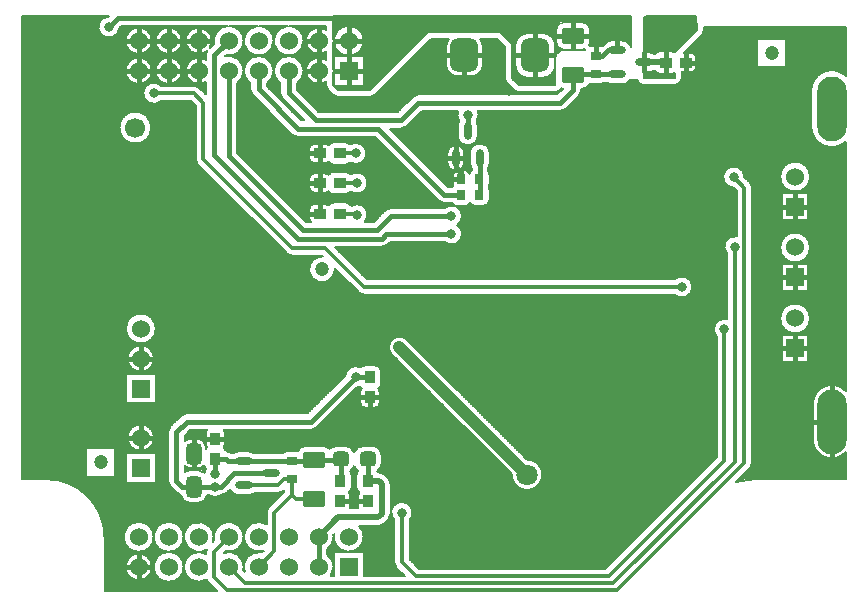
<source format=gbl>
%FSLAX24Y24*%
%MOIN*%
G70*
G01*
G75*
G04 Layer_Physical_Order=2*
G04 Layer_Color=16711680*
%ADD10C,0.0079*%
G04:AMPARAMS|DCode=11|XSize=28mil|YSize=35.8mil|CornerRadius=2.8mil|HoleSize=0mil|Usage=FLASHONLY|Rotation=0.000|XOffset=0mil|YOffset=0mil|HoleType=Round|Shape=RoundedRectangle|*
%AMROUNDEDRECTD11*
21,1,0.0280,0.0302,0,0,0.0*
21,1,0.0224,0.0358,0,0,0.0*
1,1,0.0056,0.0112,-0.0151*
1,1,0.0056,-0.0112,-0.0151*
1,1,0.0056,-0.0112,0.0151*
1,1,0.0056,0.0112,0.0151*
%
%ADD11ROUNDEDRECTD11*%
G04:AMPARAMS|DCode=12|XSize=41mil|YSize=36mil|CornerRadius=1.8mil|HoleSize=0mil|Usage=FLASHONLY|Rotation=0.000|XOffset=0mil|YOffset=0mil|HoleType=Round|Shape=RoundedRectangle|*
%AMROUNDEDRECTD12*
21,1,0.0410,0.0324,0,0,0.0*
21,1,0.0374,0.0360,0,0,0.0*
1,1,0.0036,0.0187,-0.0162*
1,1,0.0036,-0.0187,-0.0162*
1,1,0.0036,-0.0187,0.0162*
1,1,0.0036,0.0187,0.0162*
%
%ADD12ROUNDEDRECTD12*%
G04:AMPARAMS|DCode=13|XSize=41mil|YSize=36mil|CornerRadius=1.8mil|HoleSize=0mil|Usage=FLASHONLY|Rotation=270.000|XOffset=0mil|YOffset=0mil|HoleType=Round|Shape=RoundedRectangle|*
%AMROUNDEDRECTD13*
21,1,0.0410,0.0324,0,0,270.0*
21,1,0.0374,0.0360,0,0,270.0*
1,1,0.0036,-0.0162,-0.0187*
1,1,0.0036,-0.0162,0.0187*
1,1,0.0036,0.0162,0.0187*
1,1,0.0036,0.0162,-0.0187*
%
%ADD13ROUNDEDRECTD13*%
%ADD14O,0.0394X0.0984*%
%ADD15O,0.0984X0.0394*%
G04:AMPARAMS|DCode=16|XSize=28mil|YSize=35.8mil|CornerRadius=2.8mil|HoleSize=0mil|Usage=FLASHONLY|Rotation=270.000|XOffset=0mil|YOffset=0mil|HoleType=Round|Shape=RoundedRectangle|*
%AMROUNDEDRECTD16*
21,1,0.0280,0.0302,0,0,270.0*
21,1,0.0224,0.0358,0,0,270.0*
1,1,0.0056,-0.0151,-0.0112*
1,1,0.0056,-0.0151,0.0112*
1,1,0.0056,0.0151,0.0112*
1,1,0.0056,0.0151,-0.0112*
%
%ADD16ROUNDEDRECTD16*%
%ADD17O,0.0591X0.0281*%
G04:AMPARAMS|DCode=18|XSize=78.7mil|YSize=47.2mil|CornerRadius=11.8mil|HoleSize=0mil|Usage=FLASHONLY|Rotation=180.000|XOffset=0mil|YOffset=0mil|HoleType=Round|Shape=RoundedRectangle|*
%AMROUNDEDRECTD18*
21,1,0.0787,0.0236,0,0,180.0*
21,1,0.0551,0.0472,0,0,180.0*
1,1,0.0236,-0.0276,0.0118*
1,1,0.0236,0.0276,0.0118*
1,1,0.0236,0.0276,-0.0118*
1,1,0.0236,-0.0276,-0.0118*
%
%ADD18ROUNDEDRECTD18*%
%ADD19C,0.0472*%
%ADD20O,0.0709X0.0315*%
%ADD21C,0.0157*%
%ADD22C,0.0118*%
%ADD23C,0.0394*%
%ADD24C,0.0197*%
%ADD25C,0.0600*%
%ADD26R,0.0600X0.0600*%
%ADD27O,0.0984X0.2165*%
%ADD28C,0.0709*%
%ADD29R,0.0600X0.0600*%
%ADD30C,0.0669*%
%ADD31C,0.0315*%
%ADD32C,0.0394*%
%ADD33O,0.0281X0.0591*%
G04:AMPARAMS|DCode=34|XSize=94.5mil|YSize=110.2mil|CornerRadius=23.6mil|HoleSize=0mil|Usage=FLASHONLY|Rotation=180.000|XOffset=0mil|YOffset=0mil|HoleType=Round|Shape=RoundedRectangle|*
%AMROUNDEDRECTD34*
21,1,0.0945,0.0630,0,0,180.0*
21,1,0.0472,0.1102,0,0,180.0*
1,1,0.0472,-0.0236,0.0315*
1,1,0.0472,0.0236,0.0315*
1,1,0.0472,0.0236,-0.0315*
1,1,0.0472,-0.0236,-0.0315*
%
%ADD34ROUNDEDRECTD34*%
G04:AMPARAMS|DCode=35|XSize=51.2mil|YSize=72mil|CornerRadius=2.6mil|HoleSize=0mil|Usage=FLASHONLY|Rotation=90.000|XOffset=0mil|YOffset=0mil|HoleType=Round|Shape=RoundedRectangle|*
%AMROUNDEDRECTD35*
21,1,0.0512,0.0669,0,0,90.0*
21,1,0.0461,0.0720,0,0,90.0*
1,1,0.0051,0.0335,0.0230*
1,1,0.0051,0.0335,-0.0230*
1,1,0.0051,-0.0335,-0.0230*
1,1,0.0051,-0.0335,0.0230*
%
%ADD35ROUNDEDRECTD35*%
G04:AMPARAMS|DCode=36|XSize=54mil|YSize=50mil|CornerRadius=12.5mil|HoleSize=0mil|Usage=FLASHONLY|Rotation=180.000|XOffset=0mil|YOffset=0mil|HoleType=Round|Shape=RoundedRectangle|*
%AMROUNDEDRECTD36*
21,1,0.0540,0.0250,0,0,180.0*
21,1,0.0290,0.0500,0,0,180.0*
1,1,0.0250,-0.0145,0.0125*
1,1,0.0250,0.0145,0.0125*
1,1,0.0250,0.0145,-0.0125*
1,1,0.0250,-0.0145,-0.0125*
%
%ADD36ROUNDEDRECTD36*%
G04:AMPARAMS|DCode=37|XSize=70.9mil|YSize=51.2mil|CornerRadius=12.8mil|HoleSize=0mil|Usage=FLASHONLY|Rotation=90.000|XOffset=0mil|YOffset=0mil|HoleType=Round|Shape=RoundedRectangle|*
%AMROUNDEDRECTD37*
21,1,0.0709,0.0256,0,0,90.0*
21,1,0.0453,0.0512,0,0,90.0*
1,1,0.0256,0.0128,0.0226*
1,1,0.0256,0.0128,-0.0226*
1,1,0.0256,-0.0128,-0.0226*
1,1,0.0256,-0.0128,0.0226*
%
%ADD37ROUNDEDRECTD37*%
D10*
X30472Y28446D02*
G03*
X30160Y28657I-313J-127D01*
G01*
X29850D02*
G03*
X29541Y28454I0J-337D01*
G01*
D02*
G03*
X29443Y28476I-98J-202D01*
G01*
X29140D02*
G03*
X29075Y28467I0J-225D01*
G01*
X29100Y29030D02*
G03*
X28878Y29252I-222J0D01*
G01*
X28209D02*
G03*
X27986Y29030I0J-222D01*
G01*
X27046Y28898D02*
G03*
X26613Y28465I0J-433D01*
G01*
X27952D02*
G03*
X27519Y28898I-433J0D01*
G01*
X29075Y28467D02*
G03*
X29100Y28569I-197J103D01*
G01*
X28878Y28347D02*
G03*
X28941Y28356I0J222D01*
G01*
X28941D02*
G03*
X28936Y28346I199J-105D01*
G01*
X27986Y28569D02*
G03*
X28209Y28347I222J0D01*
G01*
X27519Y27402D02*
G03*
X27952Y27835I0J433D01*
G01*
X26613D02*
G03*
X27046Y27402I433J0D01*
G01*
X21560Y28638D02*
G03*
X21560Y28638I-497J0D01*
G01*
X20560D02*
G03*
X20551Y28730I-497J0D01*
G01*
Y28545D02*
G03*
X20560Y28638I-488J92D01*
G01*
Y27638D02*
G03*
X20551Y27730I-497J0D01*
G01*
Y27545D02*
G03*
X20560Y27638I-488J92D01*
G01*
X32627Y29331D02*
G03*
X32677Y29182I247J0D01*
G01*
X32627Y29331D02*
G03*
X32677Y29182I247J0D01*
G01*
X31929Y28261D02*
G03*
X31820Y28290I-109J-185D01*
G01*
Y27537D02*
G03*
X31929Y27566I0J215D01*
G01*
X31447Y28290D02*
G03*
X31267Y28193I0J-215D01*
G01*
X31267D02*
G03*
X31070Y28257I-197J-274D01*
G01*
X31262Y27642D02*
G03*
X31447Y27537I185J109D01*
G01*
X31070Y27582D02*
G03*
X31262Y27642I0J337D01*
G01*
X14560Y12102D02*
G03*
X14560Y12102I-497J0D01*
G01*
X14502Y11102D02*
G03*
X14502Y11102I-439J0D01*
G01*
X12924Y12087D02*
G03*
X10984Y14026I-1940J0D01*
G01*
X15560Y11102D02*
G03*
X15560Y11102I-497J0D01*
G01*
Y12102D02*
G03*
X15560Y12102I-497J0D01*
G01*
X15317Y13585D02*
G03*
X15456Y13510I195J195D01*
G01*
X15039Y13976D02*
G03*
X15120Y13782I276J0D01*
G01*
X15039Y13976D02*
G03*
X15120Y13782I276J0D01*
G01*
X15456Y13510D02*
G03*
X15778Y13228I322J43D01*
G01*
X15317Y13585D02*
G03*
X15456Y13510I195J195D01*
G01*
X15778Y14331D02*
G03*
X15591Y14271I0J-325D01*
G01*
X14573Y15409D02*
G03*
X14573Y15409I-439J0D01*
G01*
X15591Y14462D02*
G03*
X15778Y14386I187J191D01*
G01*
X14631Y19047D02*
G03*
X14631Y19047I-497J0D01*
G01*
X14573Y18047D02*
G03*
X14573Y18047I-439J0D01*
G01*
X15778Y15373D02*
G03*
X15591Y15297I0J-267D01*
G01*
X15120Y15785D02*
G03*
X15039Y15591I195J-195D01*
G01*
X15120Y15785D02*
G03*
X15039Y15591I195J-195D01*
G01*
X15669Y16220D02*
G03*
X15474Y16140I0J-276D01*
G01*
X15669Y16220D02*
G03*
X15474Y16140I0J-276D01*
G01*
X16328Y10682D02*
G03*
X16394Y10567I247J66D01*
G01*
X16328Y10682D02*
G03*
X16394Y10567I247J66D01*
G01*
X16319Y11528D02*
G03*
X16328Y10682I-256J-426D01*
G01*
X16560Y12102D02*
G03*
X16328Y11682I-497J0D01*
G01*
D02*
G03*
X16319Y11614I247J-68D01*
G01*
X16328Y11682D02*
G03*
X16319Y11614I247J-68D01*
G01*
X16529Y11930D02*
G03*
X16560Y12102I-466J172D01*
G01*
X17560Y11102D02*
G03*
X16891Y11569I-497J0D01*
G01*
X16943Y11620D02*
G03*
X17560Y12102I120J482D01*
G01*
D02*
G03*
X16581Y11982I-497J0D01*
G01*
X16033Y13228D02*
G03*
X16355Y13504I0J325D01*
G01*
X16391D02*
G03*
X16839Y13505I223J276D01*
G01*
D02*
G03*
X17006Y13585I-28J274D01*
G01*
X16839Y13505D02*
G03*
X17006Y13585I-28J274D01*
G01*
X16033Y14386D02*
G03*
X16240Y14484I0J267D01*
G01*
X16261Y14238D02*
G03*
X16033Y14331I-227J-232D01*
G01*
X16296Y14369D02*
G03*
X16261Y14238I318J-157D01*
G01*
X16240Y14484D02*
G03*
X16296Y14369I212J34D01*
G01*
X17148Y14894D02*
G03*
X16980Y14960I-179J-209D01*
G01*
X17148Y14894D02*
G03*
X16980Y14960I-179J-209D01*
G01*
X17545Y10982D02*
G03*
X17560Y11102I-482J120D01*
G01*
X18183Y11584D02*
G03*
X17597Y10930I-120J-482D01*
G01*
X20463Y10807D02*
G03*
X20560Y11102I-400J295D01*
G01*
X18327Y12523D02*
G03*
X18235Y11636I-264J-421D01*
G01*
X20339Y11689D02*
G03*
X20560Y12102I-276J413D01*
G01*
Y11102D02*
G03*
X20339Y11516I-497J0D01*
G01*
X17102Y13680D02*
G03*
X17409Y13482I307J138D01*
G01*
Y14956D02*
G03*
X17215Y14894I0J-337D01*
G01*
X17719Y13482D02*
G03*
X17939Y13563I0J337D01*
G01*
X17913Y14894D02*
G03*
X17719Y14956I-194J-276D01*
G01*
X18402Y13094D02*
G03*
X18327Y12913I181J-181D01*
G01*
X18402Y13095D02*
G03*
X18327Y12913I181J-181D01*
G01*
X18701Y13563D02*
G03*
X18882Y13638I0J256D01*
G01*
X18701Y13563D02*
G03*
X18882Y13638I0J256D01*
G01*
X19022Y14972D02*
G03*
X18852Y14894I0J-225D01*
G01*
X19376Y14966D02*
G03*
X19324Y14972I-51J-219D01*
G01*
X16342Y15075D02*
G03*
X16301Y15044I111J-184D01*
G01*
X16295Y15187D02*
G03*
X16342Y15075I157J0D01*
G01*
X16301Y15106D02*
G03*
X16033Y15373I-267J0D01*
G01*
X16338Y15669D02*
G03*
X16295Y15561I114J-108D01*
G01*
X16980Y14960D02*
G03*
X16887Y15075I-203J-69D01*
G01*
X19587Y15118D02*
G03*
X19376Y14966I0J-222D01*
G01*
X20648Y15132D02*
G03*
X20424Y15041I0J-322D01*
G01*
X20424Y15041D02*
G03*
X20256Y15118I-168J-145D01*
G01*
X16887Y15075D02*
G03*
X16933Y15187I-111J112D01*
G01*
Y15561D02*
G03*
X16891Y15669I-157J0D01*
G01*
X19803D02*
G03*
X19998Y15750I0J276D01*
G01*
X19803Y15669D02*
G03*
X19998Y15750I0J276D01*
G01*
X20194Y21452D02*
G03*
X20603Y21020I-24J-432D01*
G01*
X20194Y21452D02*
G03*
X20603Y21020I-24J-432D01*
G01*
X14481Y25744D02*
G03*
X14481Y25744I-531J0D01*
G01*
D02*
G03*
X14481Y25744I-531J0D01*
G01*
X14812Y27146D02*
G03*
X14812Y26634I-245J-256D01*
G01*
X15965Y24685D02*
G03*
X16040Y24504I256J0D01*
G01*
X15965Y24685D02*
G03*
X16040Y24504I256J0D01*
G01*
X16086Y27071D02*
G03*
X15906Y27146I-181J-181D01*
G01*
X16087Y27070D02*
G03*
X15906Y27146I-181J-181D01*
G01*
X17339Y27224D02*
G03*
X17560Y27638I-276J413D01*
G01*
X14502D02*
G03*
X14502Y27638I-439J0D01*
G01*
X15502D02*
G03*
X15502Y27638I-439J0D01*
G01*
X14502Y28638D02*
G03*
X14502Y28638I-439J0D01*
G01*
X13033Y29447D02*
G03*
X13423Y29057I37J-352D01*
G01*
X15502Y28638D02*
G03*
X15502Y28638I-439J0D01*
G01*
X16299Y28008D02*
G03*
X16299Y27267I-236J-370D01*
G01*
X17560Y27638D02*
G03*
X16932Y28117I-497J0D01*
G01*
X16344Y28300D02*
G03*
X16299Y28150I231J-150D01*
G01*
X16344Y28300D02*
G03*
X16299Y28150I231J-150D01*
G01*
X16502Y28638D02*
G03*
X16344Y28300I-439J0D01*
G01*
X16966Y28151D02*
G03*
X17560Y28638I97J487D01*
G01*
X16427Y28391D02*
G03*
X16502Y28638I-364J247D01*
G01*
X17035Y29134D02*
G03*
X16576Y28540I28J-496D01*
G01*
X17560Y28638D02*
G03*
X17091Y29134I-497J0D01*
G01*
X18992Y21552D02*
G03*
X19173Y21476I181J181D01*
G01*
X18992Y21551D02*
G03*
X19173Y21476I181J181D01*
G01*
X19754Y22712D02*
G03*
X19802Y22598I157J0D01*
G01*
X19911Y23193D02*
G03*
X19754Y23036I0J-157D01*
G01*
Y23736D02*
G03*
X19911Y23578I157J0D01*
G01*
X20397Y23147D02*
G03*
X20285Y23193I-112J-111D01*
G01*
X20581Y23251D02*
G03*
X20397Y23147I0J-215D01*
G01*
Y23625D02*
G03*
X20581Y23521I184J111D01*
G01*
X20285Y23578D02*
G03*
X20397Y23625I0J157D01*
G01*
X19754Y24720D02*
G03*
X19911Y24563I157J0D01*
G01*
Y24217D02*
G03*
X19754Y24060I0J-157D01*
G01*
X19175Y25514D02*
G03*
X19370Y25433I195J195D01*
G01*
X19175Y25514D02*
G03*
X19370Y25433I195J195D01*
G01*
X19911Y25201D02*
G03*
X19754Y25044I0J-157D01*
G01*
X20397Y24170D02*
G03*
X20285Y24217I-112J-111D01*
G01*
X20397Y25154D02*
G03*
X20285Y25201I-112J-111D01*
G01*
X20581Y24274D02*
G03*
X20397Y24170I0J-215D01*
G01*
X20285Y24563D02*
G03*
X20397Y24609I0J157D01*
G01*
D02*
G03*
X20581Y24505I184J111D01*
G01*
Y25259D02*
G03*
X20397Y25154I0J-215D01*
G01*
X17787Y27016D02*
G03*
X17868Y26821I276J0D01*
G01*
X17787Y27016D02*
G03*
X17868Y26821I276J0D01*
G01*
X18560Y27638D02*
G03*
X17787Y27224I-497J0D01*
G01*
X18339D02*
G03*
X18560Y27638I-276J413D01*
G01*
X19560D02*
G03*
X18787Y27224I-497J0D01*
G01*
X18035Y29134D02*
G03*
X18560Y28638I28J-496D01*
G01*
D02*
G03*
X18091Y29134I-497J0D01*
G01*
X19035D02*
G03*
X19560Y28638I28J-496D01*
G01*
X18787Y26882D02*
G03*
X18868Y26687I276J0D01*
G01*
X18787Y26882D02*
G03*
X18868Y26687I276J0D01*
G01*
X19339Y27224D02*
G03*
X19560Y27638I-276J413D01*
G01*
X20542Y26841D02*
G03*
X20709Y26772I167J167D01*
G01*
X20315Y27998D02*
G03*
X20315Y27278I-252J-360D01*
G01*
Y27165D02*
G03*
X20384Y26998I236J0D01*
G01*
X20315Y27165D02*
G03*
X20384Y26998I236J0D01*
G01*
X19560Y28638D02*
G03*
X19091Y29134I-497J0D01*
G01*
X20315Y28998D02*
G03*
X20315Y28278I-252J-360D01*
G01*
X20560Y12102D02*
G03*
X20554Y12176I-497J0D01*
G01*
X21560Y12102D02*
G03*
X21407Y12461I-497J0D01*
G01*
X20575Y12197D02*
G03*
X21560Y12102I488J-95D01*
G01*
X21099Y13051D02*
G03*
X21107Y13100I-150J49D01*
G01*
Y13474D02*
G03*
X21060Y13586I-157J0D01*
G01*
D02*
G03*
X21164Y13770I-111J184D01*
G01*
X22047Y12461D02*
G03*
X22256Y12547I0J295D01*
G01*
X22047Y12461D02*
G03*
X22256Y12547I0J295D01*
G01*
X21374Y13100D02*
G03*
X21381Y13051I157J0D01*
G01*
X21316Y13770D02*
G03*
X21420Y13586I215J0D01*
G01*
D02*
G03*
X21374Y13474I111J-112D01*
G01*
X22579Y11260D02*
G03*
X22654Y11079I256J0D01*
G01*
X22579Y11260D02*
G03*
X22654Y11079I256J0D01*
G01*
X22374Y12665D02*
G03*
X22461Y12874I-209J209D01*
G01*
X22374Y12665D02*
G03*
X22461Y12874I-209J209D01*
G01*
X23189Y12913D02*
G03*
X22579Y12668I-354J0D01*
G01*
X23091D02*
G03*
X23189Y12913I-256J245D01*
G01*
X21164Y14144D02*
G03*
X21109Y14288I-215J0D01*
G01*
Y14288D02*
G03*
X21243Y14457I-171J272D01*
G01*
Y14913D02*
G03*
X20938Y15132I-305J-103D01*
G01*
X21243Y14457D02*
G03*
X21373Y14290I305J103D01*
G01*
Y14290D02*
G03*
X21316Y14144I158J-146D01*
G01*
X22040Y14252D02*
G03*
X22013Y14290I-186J-108D01*
G01*
Y14290D02*
G03*
X22160Y14560I-175J270D01*
G01*
X21548Y15132D02*
G03*
X21243Y14913I0J-322D01*
G01*
X21452Y16565D02*
G03*
X21610Y16407I157J0D01*
G01*
X22160Y14810D02*
G03*
X21838Y15132I-322J0D01*
G01*
X21934Y16407D02*
G03*
X22091Y16565I0J157D01*
G01*
X20603Y21020D02*
G03*
X20602Y21044I-433J0D01*
G01*
X21337Y17089D02*
G03*
X21433Y17113I-37J352D01*
G01*
X20603Y21020D02*
G03*
X20602Y21044I-433J0D01*
G01*
X21456Y17759D02*
G03*
X20947Y17478I-157J-318D01*
G01*
X21499Y17050D02*
G03*
X21452Y16939I111J-112D01*
G01*
X21433Y17113D02*
G03*
X21499Y17050I177J122D01*
G01*
X22044D02*
G03*
X22148Y17235I-111J184D01*
G01*
X21394Y20252D02*
G03*
X21575Y20177I181J181D01*
G01*
X21610Y17823D02*
G03*
X21456Y17759I0J-215D01*
G01*
X21394Y20252D02*
G03*
X21575Y20177I181J181D01*
G01*
X22148Y17609D02*
G03*
X21934Y17823I-215J0D01*
G01*
X22275Y14166D02*
G03*
X22067Y14252I-209J-209D01*
G01*
X22275Y14166D02*
G03*
X22067Y14252I-209J-209D01*
G01*
X22461Y13858D02*
G03*
X22374Y14067I-295J0D01*
G01*
X22461Y13858D02*
G03*
X22374Y14067I-295J0D01*
G01*
X26496Y14184D02*
G03*
X27520Y14173I512J-11D01*
G01*
D02*
G03*
X26997Y14685I-512J0D01*
G01*
X22091Y16939D02*
G03*
X22044Y17050I-157J0D01*
G01*
X23007Y18675D02*
G03*
X22402Y18425I-251J-250D01*
G01*
X22402Y18425D02*
G03*
X22506Y18174I354J0D01*
G01*
X22402Y18425D02*
G03*
X22506Y18174I354J0D01*
G01*
X22402Y18425D02*
G03*
X22505Y18175I354J0D01*
G01*
X23006Y18676D02*
G03*
X22402Y18425I-251J-251D01*
G01*
X23007Y18675D02*
G03*
X22402Y18425I-251J-250D01*
G01*
X32520Y20433D02*
G03*
X31920Y20689I-354J0D01*
G01*
Y20177D02*
G03*
X32520Y20433I245J256D01*
G01*
X34567Y14026D02*
G03*
X33984Y13937I0J-1940D01*
G01*
X34433Y14386D02*
G03*
X34508Y14567I-181J181D01*
G01*
X34433Y14386D02*
G03*
X34508Y14567I-181J181D01*
G01*
X36534Y15354D02*
G03*
X37627Y14924I632J0D01*
G01*
Y16966D02*
G03*
X36534Y16535I-462J-431D01*
G01*
X33681Y19356D02*
G03*
X33327Y18771I-98J-340D01*
G01*
X36442Y19386D02*
G03*
X36442Y19386I-497J0D01*
G01*
Y21748D02*
G03*
X36442Y21748I-497J0D01*
G01*
X21603Y22598D02*
G03*
X21693Y22835I-264J236D01*
G01*
X21147Y23133D02*
G03*
X20955Y23251I-192J-97D01*
G01*
Y23521D02*
G03*
X21130Y23611I0J215D01*
G01*
X21693Y22835D02*
G03*
X21147Y23133I-354J0D01*
G01*
X21130Y23611D02*
G03*
X21693Y23898I209J286D01*
G01*
X22165Y21772D02*
G03*
X22360Y21852I0J276D01*
G01*
X22165Y21772D02*
G03*
X22360Y21852I0J276D01*
G01*
X22480Y23071D02*
G03*
X22285Y22990I0J-276D01*
G01*
X22480Y23071D02*
G03*
X22285Y22990I0J-276D01*
G01*
X21130Y24184D02*
G03*
X20955Y24274I-175J-125D01*
G01*
Y24505D02*
G03*
X21117Y24578I0J215D01*
G01*
X21693Y23898D02*
G03*
X21130Y24184I-354J0D01*
G01*
X21117Y24578D02*
G03*
X21654Y24882I183J304D01*
G01*
X24843Y22795D02*
G03*
X24265Y23071I-354J0D01*
G01*
X24057Y23309D02*
G03*
X24252Y23228I195J195D01*
G01*
X24057Y23309D02*
G03*
X24252Y23228I195J195D01*
G01*
X24514D02*
G03*
X24701Y23128I187J124D01*
G01*
X24542Y23814D02*
G03*
X24514Y23780I159J-159D01*
G01*
X24534Y23865D02*
G03*
X24542Y23814I167J0D01*
G01*
X24596Y24297D02*
G03*
X24534Y24167I105J-130D01*
G01*
X24843Y22205D02*
G03*
X24684Y22500I-354J0D01*
G01*
X24265Y21929D02*
G03*
X24843Y22205I223J276D01*
G01*
X24684Y22500D02*
G03*
X24843Y22795I-196J295D01*
G01*
X24925Y23128D02*
G03*
X25118Y23238I0J225D01*
G01*
D02*
G03*
X25311Y23128I193J115D01*
G01*
X25535D02*
G03*
X25760Y23353I0J225D01*
G01*
X25157Y24331D02*
G03*
X25089Y24200I154J-164D01*
G01*
D02*
G03*
X24925Y24334I-164J-33D01*
G01*
X25760Y23655D02*
G03*
X25734Y23760I-225J0D01*
G01*
X25760Y24167D02*
G03*
X25709Y24310I-225J0D01*
G01*
X25734Y23760D02*
G03*
X25760Y23865I-199J105D01*
G01*
X24353Y24574D02*
G03*
X24596Y24297I280J0D01*
G01*
X24776Y24334D02*
G03*
X24913Y24574I-143J240D01*
G01*
Y24884D02*
G03*
X24353Y24884I-280J0D01*
G01*
X25096Y24574D02*
G03*
X25157Y24380I337J0D01*
G01*
X25709D02*
G03*
X25770Y24574I-276J194D01*
G01*
X21117Y25185D02*
G03*
X20955Y25259I-162J-142D01*
G01*
X21654Y24882D02*
G03*
X21117Y25185I-354J0D01*
G01*
X22795Y25709D02*
G03*
X22990Y25789I0J276D01*
G01*
X21772Y26772D02*
G03*
X21939Y26841I0J236D01*
G01*
X20542D02*
G03*
X20709Y26772I167J167D01*
G01*
X22795Y25709D02*
G03*
X22990Y25789I0J276D01*
G01*
X23386Y26850D02*
G03*
X23191Y26770I0J-276D01*
G01*
X23386Y26850D02*
G03*
X23191Y26770I0J-276D01*
G01*
X21772Y26772D02*
G03*
X21939Y26841I0J236D01*
G01*
X24696Y25484D02*
G03*
X25370Y25484I337J0D01*
G01*
X25770Y24884D02*
G03*
X25096Y24884I-337J0D01*
G01*
X24750Y25977D02*
G03*
X24696Y25794I283J-183D01*
G01*
X25370D02*
G03*
X25322Y25968I-337J0D01*
G01*
D02*
G03*
X25394Y26181I-283J213D01*
G01*
D02*
G03*
X25373Y26299I-354J0D01*
G01*
X24705D02*
G03*
X24750Y25977I334J-118D01*
G01*
X26260Y27402D02*
G03*
X26329Y27235I236J0D01*
G01*
X26565Y26998D02*
G03*
X26732Y26929I167J167D01*
G01*
X26565Y26998D02*
G03*
X26732Y26929I167J167D01*
G01*
X27953D02*
G03*
X28160Y27052I0J236D01*
G01*
X27953Y26929D02*
G03*
X28160Y27052I0J236D01*
G01*
X28110Y26299D02*
G03*
X28305Y26380I0J276D01*
G01*
X28110Y26299D02*
G03*
X28305Y26380I0J276D01*
G01*
X28738Y26813D02*
G03*
X28819Y27008I-195J195D01*
G01*
X28738Y26813D02*
G03*
X28819Y27008I-195J195D01*
G01*
X28160Y27052D02*
G03*
X28193Y27047I49J217D01*
G01*
X28878Y27047D02*
G03*
X29089Y27199I0J222D01*
G01*
X29089D02*
G03*
X29140Y27193I51J219D01*
G01*
X29443D02*
G03*
X29585Y27244I0J225D01*
G01*
X29656D02*
G03*
X29850Y27182I194J276D01*
G01*
X30160D02*
G03*
X30434Y27323I0J337D01*
G01*
X24311Y27835D02*
G03*
X24686Y27459I376J0D01*
G01*
X25159D02*
G03*
X25534Y27835I0J376D01*
G01*
X24394Y28701D02*
G03*
X24311Y28465I292J-236D01*
G01*
X25534D02*
G03*
X25451Y28701I-376J0D01*
G01*
X26260Y27402D02*
G03*
X26329Y27235I236J0D01*
G01*
X33996Y22121D02*
G03*
X33681Y21527I-59J-349D01*
G01*
X34508Y23740D02*
G03*
X34433Y23921I-256J0D01*
G01*
X34508Y23740D02*
G03*
X34433Y23921I-256J0D01*
G01*
X30683Y27323D02*
G03*
X30906Y27165I223J79D01*
G01*
X30683Y27323D02*
G03*
X30906Y27165I223J79D01*
G01*
X31929D02*
G03*
X32165Y27402I0J236D01*
G01*
X31929Y27165D02*
G03*
X32165Y27402I0J236D01*
G01*
Y27566D02*
G03*
X32164Y27594I-236J0D01*
G01*
X32165Y27566D02*
G03*
X32164Y27594I-236J0D01*
G01*
X34252Y24102D02*
G03*
X33890Y23740I-354J-8D01*
G01*
X36442Y24110D02*
G03*
X36442Y24110I-497J0D01*
G01*
X32490Y27594D02*
G03*
X32648Y27751I0J157D01*
G01*
X36476Y25787D02*
G03*
X37627Y25276I689J0D01*
G01*
Y27480D02*
G03*
X36476Y26969I-462J-511D01*
G01*
X32648Y28075D02*
G03*
X32490Y28233I-157J0D01*
G01*
X32844Y28849D02*
G03*
X32913Y29016I-167J167D01*
G01*
X32844Y28849D02*
G03*
X32913Y29016I-167J167D01*
G01*
X29100Y28878D02*
X30472D01*
X29100Y28760D02*
X30472D01*
X29100Y28996D02*
X30472D01*
X29100Y28937D02*
X30472D01*
Y28446D02*
Y29478D01*
X29100Y28569D02*
Y29030D01*
X29084Y29114D02*
X30472D01*
X29099Y29055D02*
X30472D01*
X28970Y29232D02*
X30472D01*
X29048Y29173D02*
X30472D01*
X29100Y28819D02*
X30472D01*
X29100Y28701D02*
X30472D01*
X30371Y28583D02*
X30472D01*
X30429Y28524D02*
X30472D01*
X29850Y28657D02*
X30160D01*
X30260Y28642D02*
X30472D01*
X30464Y28465D02*
X30472D01*
X29514D02*
X29546D01*
X29100Y28642D02*
X29750D01*
X29100Y28583D02*
X29639D01*
X29096Y28524D02*
X29581D01*
X29140Y28476D02*
X29443D01*
X28209Y29252D02*
X28878D01*
X27835Y28760D02*
X27986D01*
Y28569D02*
Y29030D01*
X27648Y28878D02*
X27986D01*
X27768Y28819D02*
X27986D01*
X27046Y28898D02*
X27519D01*
X26280Y28760D02*
X26729D01*
X27935Y28583D02*
X27986D01*
X27948Y28524D02*
X27991D01*
X27882Y28701D02*
X27986D01*
X27914Y28642D02*
X27986D01*
X27952Y28405D02*
X28058D01*
X27952Y28465D02*
X28012D01*
X26339Y28701D02*
X26683D01*
X26398Y28642D02*
X26651D01*
X26457Y28583D02*
X26629D01*
X26496Y28524D02*
X26617D01*
X26496Y28465D02*
X26613D01*
X26496Y28405D02*
X26613D01*
X28209Y28347D02*
X28878D01*
X28150Y28346D02*
X28936D01*
X27952Y28346D02*
X28150D01*
X27952Y28287D02*
X28090D01*
X27953Y28150D02*
X28150Y28346D01*
X27952Y28228D02*
X28031D01*
X27952Y28169D02*
X27972D01*
X27944Y27756D02*
X27953D01*
X27929Y27697D02*
X27953D01*
X27904Y27638D02*
X27953D01*
Y27165D02*
Y28150D01*
X27816Y27520D02*
X27953D01*
X27868Y27579D02*
X27953D01*
X26496Y27402D02*
X27953D01*
X26555Y27342D02*
X27953D01*
X27737Y27461D02*
X27953D01*
X26673Y27224D02*
X27953D01*
X26732Y27165D02*
X27953D01*
X26614Y27283D02*
X27953D01*
X27952Y27835D02*
Y28465D01*
X26496Y28346D02*
X26613D01*
Y27835D02*
Y28465D01*
X26496Y27402D02*
Y28543D01*
Y28228D02*
X26613D01*
X26496Y28169D02*
X26613D01*
X26496Y28287D02*
X26613D01*
X26496Y28051D02*
X26613D01*
X26496Y27992D02*
X26613D01*
X26496Y28110D02*
X26613D01*
X26496Y27815D02*
X26614D01*
X26496Y27756D02*
X26620D01*
X26496Y27933D02*
X26613D01*
X26496Y27874D02*
X26613D01*
X27046Y27402D02*
X27519D01*
X26496Y27638D02*
X26660D01*
X26496Y27579D02*
X26697D01*
X26496Y27697D02*
X26636D01*
X26496Y27520D02*
X26749D01*
X26496Y27461D02*
X26828D01*
X26496Y27402D02*
X26732Y27165D01*
X21204Y29114D02*
X28003D01*
X21333Y29055D02*
X27988D01*
X21407Y28996D02*
X27986D01*
X23701Y28937D02*
X26102D01*
X26496Y28543D01*
X26102Y28937D02*
X27986D01*
X21460D02*
X23701D01*
X20551Y29409D02*
X30472D01*
X20551Y29350D02*
X30472D01*
X20551Y29478D02*
X30472D01*
X20551Y29468D02*
X30472D01*
X20551Y29291D02*
X30472D01*
X20551Y29232D02*
X28116D01*
X20551Y29173D02*
X28038D01*
X26161Y28878D02*
X26917D01*
X26221Y28819D02*
X26797D01*
X21545Y28760D02*
X23524D01*
X21556Y28701D02*
X23465D01*
X21560Y28642D02*
X23405D01*
X21557Y28583D02*
X23346D01*
X21547Y28524D02*
X23287D01*
X21498Y28878D02*
X23642D01*
X21526Y28819D02*
X23583D01*
X21529Y28465D02*
X23228D01*
X21502Y28405D02*
X23169D01*
X21465Y28346D02*
X23110D01*
X21415Y28287D02*
X23051D01*
X20551Y29114D02*
X20922D01*
X20551Y29055D02*
X20793D01*
X20551Y28730D02*
Y29478D01*
X20556Y28701D02*
X20570D01*
X20551Y28996D02*
X20719D01*
X20551Y28937D02*
X20666D01*
X20551Y28878D02*
X20628D01*
X20551Y28819D02*
X20600D01*
X20551Y28760D02*
X20581D01*
X20551Y28524D02*
X20579D01*
X20557Y28583D02*
X20569D01*
X21344Y28228D02*
X22992D01*
X21228Y28169D02*
X22933D01*
X20551Y28405D02*
X20624D01*
X20551Y28346D02*
X20661D01*
X20551Y28465D02*
X20597D01*
X20551Y28228D02*
X20782D01*
X20551Y28169D02*
X20898D01*
X20551Y28287D02*
X20711D01*
X21560Y28110D02*
X22874D01*
X21560Y28051D02*
X22815D01*
X21560Y27992D02*
X22756D01*
X21560Y27933D02*
X22697D01*
X21772Y27008D02*
X23701Y28937D01*
X21560Y27756D02*
X22520D01*
X21560Y27141D02*
Y28135D01*
Y27874D02*
X22638D01*
X21560Y27815D02*
X22579D01*
X20566Y28135D02*
X21560D01*
Y27697D02*
X22461D01*
X21560Y27638D02*
X22402D01*
X21560Y27579D02*
X22342D01*
X21560Y27520D02*
X22283D01*
X21560Y27461D02*
X22224D01*
X21560Y27402D02*
X22165D01*
X21560Y27342D02*
X22106D01*
X21560Y27283D02*
X22047D01*
X21560Y27224D02*
X21988D01*
X21560Y27165D02*
X21929D01*
X20576Y27141D02*
X21560D01*
X20610Y27106D02*
X21870D01*
X20669Y27047D02*
X21811D01*
X20709Y27008D02*
X21772D01*
X20551Y28110D02*
X20566D01*
X20551Y28051D02*
X20566D01*
X20551Y27730D02*
Y28545D01*
X20556Y27697D02*
X20566D01*
Y27150D02*
Y28135D01*
X20551Y27933D02*
X20566D01*
X20551Y27874D02*
X20566D01*
X20551Y27992D02*
X20566D01*
X20551Y27815D02*
X20566D01*
X20551Y27756D02*
X20566D01*
X20556Y27579D02*
X20566D01*
X20551Y27520D02*
X20566D01*
X20551Y27461D02*
X20566D01*
Y27150D02*
X20576Y27141D01*
X20709Y27008D01*
X20551Y27165D02*
X20566D01*
X20551Y27342D02*
X20566D01*
X20551Y27283D02*
X20566D01*
X20551Y27402D02*
X20566D01*
X20551Y27224D02*
X20566D01*
X20551Y27165D02*
X20566Y27150D01*
X20551Y27165D02*
Y27545D01*
X32627Y29331D02*
Y29478D01*
X30965Y29468D02*
X32627D01*
X32677Y29016D02*
Y29182D01*
X32638Y28976D02*
X32677Y29016D01*
X31929Y28268D02*
X32638Y28976D01*
X30974Y29478D02*
X32627D01*
X31447Y28290D02*
X31820D01*
X30906Y28760D02*
X32421D01*
X30906Y28346D02*
X32008D01*
X31855Y28287D02*
X31949D01*
X30906Y28257D02*
X31070D01*
X31929Y27402D02*
Y27566D01*
X31447Y27537D02*
X31820D01*
X30906Y27520D02*
X31929D01*
X30906Y27461D02*
X31929D01*
X31206Y28228D02*
X31296D01*
X31255Y27638D02*
X31264D01*
X30906Y29232D02*
X32648D01*
X30906Y29173D02*
X32677D01*
X30906Y29350D02*
X32627D01*
X30906Y29291D02*
X32630D01*
X30906Y29055D02*
X32677D01*
X30906Y28996D02*
X32657D01*
X30906Y29114D02*
X32677D01*
X30906Y29409D02*
X32627D01*
X30906Y28937D02*
X32598D01*
X30906Y29409D02*
X30974Y29478D01*
X30906Y28819D02*
X32480D01*
X30906Y28701D02*
X32362D01*
X30906Y28878D02*
X32539D01*
X30906Y28524D02*
X32185D01*
X30906Y28465D02*
X32126D01*
X30906Y28642D02*
X32303D01*
X30906Y28583D02*
X32244D01*
X30906Y28287D02*
X31412D01*
X30906Y27402D02*
X31929D01*
X30906Y28405D02*
X32067D01*
X30906Y28257D02*
Y29409D01*
Y27579D02*
X31319D01*
X30906Y27402D02*
Y27582D01*
X31070D01*
X12924Y11102D02*
X13624D01*
X12924Y11161D02*
X13628D01*
X12924Y11220D02*
X13640D01*
X12924Y11279D02*
X13661D01*
X12924Y10866D02*
X13693D01*
X12924Y10807D02*
X13738D01*
X12924Y11043D02*
X13628D01*
X12924Y10925D02*
X13661D01*
X12924Y10984D02*
X13640D01*
X12924Y10286D02*
Y12087D01*
Y11929D02*
X13597D01*
X12924Y12047D02*
X13569D01*
X12924Y11988D02*
X13579D01*
X12924Y11339D02*
X13693D01*
X12924Y11398D02*
X13738D01*
X12924Y11870D02*
X13624D01*
X12924Y11752D02*
X13711D01*
X12924Y11811D02*
X13661D01*
X12924Y10689D02*
X13914D01*
X12924Y10630D02*
X14909D01*
X12924Y11457D02*
X13803D01*
X12924Y10748D02*
X13803D01*
X14212Y10689D02*
X14787D01*
X14323Y10748D02*
X14715D01*
X12924Y11516D02*
X13914D01*
X12924Y11575D02*
X14909D01*
X12924Y11693D02*
X13782D01*
X12924Y11634D02*
X13898D01*
X14323Y11457D02*
X14715D01*
X14212Y11516D02*
X14787D01*
X14228Y11634D02*
X14898D01*
X11566Y13937D02*
X13637D01*
X10168Y14026D02*
X10984D01*
X12323Y14114D02*
X13268D01*
X12924Y12106D02*
X13566D01*
X12922Y12165D02*
X13570D01*
X12919Y12224D02*
X13581D01*
X12914Y12283D02*
X13600D01*
X12907Y12342D02*
X13628D01*
X10168Y14173D02*
X12323D01*
X10168Y14114D02*
X12323D01*
X10168Y14350D02*
X12323D01*
X10168Y14232D02*
X12323D01*
X10168Y14291D02*
X12323D01*
X13268Y14173D02*
X13637D01*
X13268Y14114D02*
X13637D01*
X13268Y14350D02*
X13637D01*
X13268Y14232D02*
X13637D01*
X13268Y14291D02*
X13637D01*
X12459Y13346D02*
X15527D01*
X12508Y13287D02*
X15591D01*
X12350Y13465D02*
X15465D01*
X12407Y13405D02*
X15488D01*
X12898Y12402D02*
X13666D01*
X12888Y12461D02*
X13719D01*
X12875Y12520D02*
X13793D01*
X14204Y12579D02*
X14922D01*
X12861D02*
X13922D01*
X11857Y13819D02*
X15089D01*
X11966Y13760D02*
X15142D01*
X10168Y14055D02*
X13637D01*
X11728Y13878D02*
X15058D01*
X11326Y13996D02*
X13637D01*
X12219Y13583D02*
X15319D01*
X12287Y13524D02*
X15410D01*
X13637Y13913D02*
X14631D01*
X12144Y13642D02*
X15260D01*
X12060Y13701D02*
X15201D01*
X14433Y10866D02*
X14626D01*
X14388Y10807D02*
X14663D01*
X14486Y10984D02*
X14580D01*
X14465Y10925D02*
X14599D01*
X14498Y11043D02*
X14570D01*
X15556D02*
X15570D01*
X14502Y11102D02*
X14566D01*
X15556Y11161D02*
X15570D01*
X14498D02*
X14570D01*
X14433Y11339D02*
X14626D01*
X14388Y11398D02*
X14663D01*
X14415Y11752D02*
X14711D01*
X14344Y11693D02*
X14782D01*
X14486Y11220D02*
X14580D01*
X14465Y11279D02*
X14599D01*
X14465Y11811D02*
X14661D01*
X15339Y10689D02*
X15787D01*
X15217Y10630D02*
X15909D01*
X15463Y10807D02*
X15663D01*
X15411Y10748D02*
X15715D01*
X15527Y10925D02*
X15599D01*
X15500Y10866D02*
X15626D01*
X15546Y11220D02*
X15580D01*
X15546Y10984D02*
X15580D01*
X15527Y11279D02*
X15599D01*
X15411Y11457D02*
X15715D01*
X15339Y11516D02*
X15787D01*
X15344Y11693D02*
X15782D01*
X15217Y11575D02*
X15909D01*
X15228Y11634D02*
X15898D01*
X15500Y11339D02*
X15626D01*
X15463Y11398D02*
X15663D01*
X15502Y11870D02*
X15624D01*
X15415Y11752D02*
X15711D01*
X15465Y11811D02*
X15661D01*
X14526Y12283D02*
X14600D01*
X14502Y11870D02*
X14624D01*
X14498Y12342D02*
X14628D01*
X14460Y12402D02*
X14666D01*
X14547Y11988D02*
X14579D01*
X14529Y11929D02*
X14597D01*
X14557Y12047D02*
X14569D01*
X14556Y12165D02*
X14570D01*
X14545Y12224D02*
X14581D01*
X14407Y12461D02*
X14719D01*
X14333Y12520D02*
X14793D01*
X14631Y14055D02*
X15039D01*
X14631Y13937D02*
X15042D01*
X14631Y13996D02*
X15039D01*
X14631Y14173D02*
X15039D01*
X14631Y14114D02*
X15039D01*
X14631Y14350D02*
X15039D01*
X14631Y14232D02*
X15039D01*
X14631Y14291D02*
X15039D01*
X15526Y12283D02*
X15600D01*
X15498Y12342D02*
X15628D01*
X15460Y12402D02*
X15666D01*
X15407Y12461D02*
X15719D01*
X15547Y11988D02*
X15579D01*
X15529Y11929D02*
X15597D01*
X15557Y12047D02*
X15569D01*
X15556Y12165D02*
X15570D01*
X15545Y12224D02*
X15581D01*
X15204Y12579D02*
X15922D01*
X15120Y13782D02*
X15317Y13585D01*
X15333Y12520D02*
X15793D01*
X15591Y14291D02*
X15623D01*
X10168Y14764D02*
X12323D01*
X10168Y14705D02*
X12323D01*
X10168Y14882D02*
X12323D01*
X10168Y14823D02*
X12323D01*
X10168Y14468D02*
X12323D01*
X10168Y14409D02*
X12323D01*
X10168Y14646D02*
X12323D01*
X10168Y14528D02*
X12323D01*
X10168Y14587D02*
X12323D01*
X10168Y14026D02*
Y29478D01*
Y16713D02*
X13637D01*
X10168Y16831D02*
X13637D01*
X10168Y16772D02*
X13637D01*
X10168Y15000D02*
X12323D01*
X10168Y14941D02*
X12323D01*
X10168Y15059D02*
X12323D01*
X10168Y16594D02*
X13637D01*
X10168Y16654D02*
X13637D01*
X10168Y15413D02*
X13694D01*
X10168Y15472D02*
X13699D01*
X10168Y15531D02*
X13712D01*
X10168Y15591D02*
X13734D01*
X10168Y15177D02*
X13761D01*
X10168Y15118D02*
X13805D01*
X10168Y15354D02*
X13698D01*
X10168Y15236D02*
X13730D01*
X10168Y15295D02*
X13710D01*
X10168Y15945D02*
X15280D01*
X10168Y16004D02*
X15339D01*
X10168Y16063D02*
X15398D01*
X10168Y16122D02*
X15457D01*
X10168Y16181D02*
X15527D01*
X10168Y15650D02*
X13766D01*
X10168Y15709D02*
X13812D01*
X10168Y15768D02*
X13879D01*
X10168Y15827D02*
X13996D01*
X10168Y15886D02*
X15220D01*
X10168Y17244D02*
X13637D01*
X10168Y17185D02*
X13637D01*
X10168Y17362D02*
X13637D01*
X10168Y17303D02*
X13637D01*
X10168Y16949D02*
X13637D01*
X10168Y16890D02*
X13637D01*
X10168Y17126D02*
X13637D01*
X10168Y17008D02*
X13637D01*
X10168Y17067D02*
X13637D01*
X10168Y19075D02*
X13638D01*
X10168Y19016D02*
X13638D01*
X10168Y19134D02*
X13645D01*
X10168Y19193D02*
X13659D01*
X10168Y19252D02*
X13681D01*
X10168Y17539D02*
X13637D01*
X10168Y17480D02*
X13637D01*
X10168Y18957D02*
X13645D01*
X10168Y18839D02*
X13683D01*
X10168Y18898D02*
X13660D01*
X10168Y17953D02*
X13705D01*
X10168Y18189D02*
X13718D01*
X10168Y18248D02*
X13743D01*
X10168Y18307D02*
X13780D01*
X10168Y17716D02*
X13845D01*
X10168Y17657D02*
X13931D01*
X10168Y17894D02*
X13722D01*
X10168Y17776D02*
X13789D01*
X10168Y17835D02*
X13749D01*
X10168Y18779D02*
X13715D01*
X10168Y18720D02*
X13760D01*
X10168Y19311D02*
X13713D01*
X10168Y19370D02*
X13756D01*
X10168Y19488D02*
X13905D01*
X10168Y18366D02*
X13832D01*
X10168Y18425D02*
X13910D01*
X10168Y18661D02*
X13821D01*
X10168Y18484D02*
X14088D01*
X10168Y18602D02*
X13913D01*
X13268Y14764D02*
X13637D01*
X13268Y14705D02*
X13637D01*
X13268Y14882D02*
X13637D01*
X13268Y14823D02*
X13637D01*
X13268Y14468D02*
X13637D01*
X13268Y14409D02*
X13637D01*
X13268Y14646D02*
X13637D01*
X13268Y14528D02*
X13637D01*
X13268Y14587D02*
X13637D01*
X12323Y14114D02*
Y15059D01*
X13268Y14114D02*
Y15059D01*
X12323D02*
X13268D01*
Y15000D02*
X13975D01*
X13268Y15059D02*
X13869D01*
X13637Y13913D02*
Y14906D01*
X14631Y13913D02*
Y14906D01*
X13637D02*
X14631D01*
Y14468D02*
X15039D01*
X14631Y14409D02*
X15039D01*
X14631Y14705D02*
X15039D01*
X14631Y14528D02*
X15039D01*
X15591Y14271D02*
Y14462D01*
X14631Y14646D02*
X15039D01*
X15591Y14409D02*
X15668D01*
X14631Y14587D02*
X15039D01*
X14293Y15000D02*
X15039D01*
X13268Y14941D02*
X15039D01*
X14507Y15177D02*
X15039D01*
X14399Y15059D02*
X15039D01*
X14463Y15118D02*
X15039D01*
X14631Y14764D02*
X15039D01*
Y13976D02*
Y15591D01*
X14631Y14823D02*
X15039D01*
X14631Y14882D02*
X15039D01*
X13637Y16550D02*
Y17544D01*
Y16550D02*
X14631D01*
X10168Y17421D02*
X13637D01*
Y17544D02*
X14631D01*
X14556Y15531D02*
X15039D01*
X14631Y16550D02*
Y17544D01*
X10168Y18071D02*
X13695D01*
X10168Y18012D02*
X13696D01*
X10168Y18130D02*
X13702D01*
X10168Y19429D02*
X13816D01*
X14558Y15295D02*
X15039D01*
X14538Y15236D02*
X15039D01*
X14534Y15591D02*
X15039D01*
X14569Y15472D02*
X15039D01*
X15591Y15297D02*
Y15476D01*
X14570Y15354D02*
X15039D01*
X15591D02*
X15679D01*
X14573Y15413D02*
X15039D01*
X14502Y15650D02*
X15046D01*
X14456Y15709D02*
X15066D01*
X14388Y15768D02*
X15104D01*
X14271Y15827D02*
X15161D01*
X15591Y15476D02*
X15783Y15669D01*
X15120Y15785D02*
X15474Y16140D01*
X12924Y10453D02*
X16508D01*
X12924Y10394D02*
X16567D01*
X12924Y10571D02*
X16390D01*
X12924Y10512D02*
X16449D01*
X16217Y11575D02*
X16319D01*
X16217Y10630D02*
X16348D01*
X16319Y11528D02*
Y11614D01*
X16228Y11634D02*
X16320D01*
X16557Y12047D02*
X16569D01*
X16547Y11988D02*
X16579D01*
X16556Y12165D02*
X16570D01*
X16394Y10567D02*
X16675Y10286D01*
X12924D02*
X16675D01*
X16529Y11930D02*
X16581Y11982D01*
X12924Y10335D02*
X16626D01*
X16891Y11569D02*
X16943Y11620D01*
X16545Y12224D02*
X16581D01*
X16897Y11575D02*
X16909D01*
X16333Y12520D02*
X16793D01*
X16204Y12579D02*
X16922D01*
X12805Y12756D02*
X18327D01*
X12844Y12638D02*
X18327D01*
X12826Y12697D02*
X18327D01*
X16526Y12283D02*
X16600D01*
X16498Y12342D02*
X16628D01*
X16460Y12402D02*
X16666D01*
X16407Y12461D02*
X16719D01*
X15778Y13228D02*
X16033D01*
X16189Y14291D02*
X16269D01*
X16346Y13465D02*
X16452D01*
X16355Y13504D02*
X16391D01*
X17006Y13585D02*
X17102Y13680D01*
X15778Y14331D02*
X16033D01*
X15591Y14350D02*
X16288D01*
X15778Y14386D02*
X16033D01*
X16227Y14468D02*
X16243D01*
X16143Y14409D02*
X16267D01*
X12667Y13051D02*
X18367D01*
X12632Y13110D02*
X18418D01*
X12594Y13169D02*
X18477D01*
X12552Y13228D02*
X18536D01*
X12757Y12874D02*
X18327D01*
X12782Y12815D02*
X18327D01*
X12730Y12933D02*
X18328D01*
X12700Y12992D02*
X18339D01*
X16220Y13287D02*
X18595D01*
X16284Y13346D02*
X18654D01*
X16323Y13405D02*
X18713D01*
X16913Y13524D02*
X17246D01*
X16776Y13465D02*
X18772D01*
X16961Y15000D02*
X19390D01*
X17063Y13642D02*
X17122D01*
X17004Y13583D02*
X17169D01*
X17071Y14941D02*
X17309D01*
X17527Y11279D02*
X17599D01*
X17500Y11339D02*
X17626D01*
X17463Y11398D02*
X17663D01*
X17546Y10984D02*
X17580D01*
X17545Y10982D02*
X17597Y10930D01*
X17556Y11161D02*
X17570D01*
X17556Y11043D02*
X17570D01*
X17546Y11220D02*
X17580D01*
X17411Y11457D02*
X17715D01*
X17339Y11516D02*
X17787D01*
X17344Y11693D02*
X17782D01*
X17217Y11575D02*
X17909D01*
X17228Y11634D02*
X17898D01*
X18183Y11584D02*
X18235Y11636D01*
X17502Y11870D02*
X17624D01*
X17415Y11752D02*
X17711D01*
X17465Y11811D02*
X17661D01*
X20463Y10807D02*
X20566D01*
X20339Y11516D02*
X20566D01*
X20411Y11457D02*
X20566D01*
X20527Y10925D02*
X20566D01*
X20500Y10866D02*
X20566D01*
X20463Y11398D02*
X20566D01*
X20527Y11279D02*
X20566D01*
X20500Y11339D02*
X20566D01*
X20339Y11516D02*
Y11689D01*
Y11575D02*
X20566D01*
X20339Y11634D02*
X20898D01*
X20344Y11693D02*
X20782D01*
X20502Y11870D02*
X20624D01*
X20415Y11752D02*
X20711D01*
X20465Y11811D02*
X20661D01*
X17526Y12283D02*
X17600D01*
X17498Y12342D02*
X17628D01*
X17460Y12402D02*
X17666D01*
X17407Y12461D02*
X17719D01*
X17547Y11988D02*
X17579D01*
X17529Y11929D02*
X17597D01*
X17557Y12047D02*
X17569D01*
X17556Y12165D02*
X17570D01*
X17545Y12224D02*
X17581D01*
X17333Y12520D02*
X17793D01*
X17204Y12579D02*
X17922D01*
X17148Y14894D02*
X17215D01*
X17409Y13482D02*
X17719D01*
X18204Y12579D02*
X18327D01*
X17409Y14956D02*
X17719D01*
X17939Y13563D02*
X18701D01*
X17882Y13524D02*
X18831D01*
X18327Y12523D02*
Y12913D01*
X20529Y11929D02*
X20597D01*
X18799Y13583D02*
X18890D01*
X18402Y13095D02*
X18917Y13610D01*
X18882Y13638D02*
X18917Y13674D01*
X17913Y14894D02*
X18852D01*
X17819Y14941D02*
X18907D01*
X18886Y13642D02*
X18917D01*
Y13610D02*
Y13674D01*
X19022Y14972D02*
X19324D01*
X20407Y15059D02*
X20444D01*
X10168Y16240D02*
X19709D01*
X10168Y16299D02*
X19768D01*
X10168Y16358D02*
X19827D01*
X10168Y16417D02*
X19886D01*
X10168Y16476D02*
X19945D01*
X10168Y16535D02*
X20004D01*
X14631Y16890D02*
X20358D01*
X14631Y16949D02*
X20417D01*
X14631Y17067D02*
X20535D01*
X10168Y17598D02*
X20982D01*
X14337Y17657D02*
X21019D01*
X14180Y18484D02*
X22407D01*
X10168Y18543D02*
X22422D01*
X14423Y17716D02*
X21076D01*
X14479Y17776D02*
X21183D01*
X14358Y18425D02*
X22402D01*
X14488Y18307D02*
X22422D01*
X14436Y18366D02*
X22407D01*
X14546Y17894D02*
X22786D01*
X14518Y17835D02*
X22845D01*
X14355Y18602D02*
X22449D01*
X14525Y18248D02*
X22449D01*
X14572Y18012D02*
X22668D01*
X14563Y17953D02*
X22727D01*
X14550Y18189D02*
X22492D01*
X14573Y18071D02*
X22609D01*
X14565Y18130D02*
X22550D01*
X14447Y18661D02*
X22492D01*
X14508Y18720D02*
X22560D01*
X14552Y18779D02*
X22751D01*
X14585Y18839D02*
X33276D01*
X14608Y18898D02*
X33249D01*
X14630Y19016D02*
X33228D01*
X14622Y18957D02*
X33233D01*
X14630Y19075D02*
X33233D01*
X14623Y19134D02*
X33249D01*
X14609Y19193D02*
X33276D01*
X10168Y20728D02*
X19849D01*
X10168Y20669D02*
X19915D01*
X10168Y20846D02*
X19773D01*
X10168Y20787D02*
X19804D01*
X10168Y20433D02*
X21213D01*
X10168Y20374D02*
X21272D01*
X10168Y20610D02*
X20029D01*
X10168Y20492D02*
X21154D01*
X10168Y20551D02*
X21095D01*
X10168Y21201D02*
X19776D01*
X10168Y21260D02*
X19809D01*
X10168Y21319D02*
X19857D01*
X10168Y21378D02*
X19926D01*
X10168Y21437D02*
X20054D01*
X10168Y20965D02*
X19740D01*
X10168Y20905D02*
X19752D01*
X10168Y21024D02*
X19737D01*
X10168Y21083D02*
X19741D01*
X10168Y21142D02*
X19754D01*
X10168Y19606D02*
X33681D01*
X10168Y19547D02*
X33681D01*
X10168Y19724D02*
X33681D01*
X10168Y19665D02*
X33681D01*
X14587Y19252D02*
X33319D01*
X14555Y19311D02*
X33387D01*
X14512Y19370D02*
X33577D01*
X14452Y19429D02*
X33681D01*
X14363Y19488D02*
X33681D01*
X10168Y20138D02*
X31970D01*
X10168Y20079D02*
X33681D01*
X10168Y20315D02*
X21331D01*
X10168Y20197D02*
X21476D01*
X10168Y20256D02*
X21390D01*
X10168Y19842D02*
X33681D01*
X10168Y19783D02*
X33681D01*
X10168Y20020D02*
X33681D01*
X10168Y19902D02*
X33681D01*
X10168Y19961D02*
X33681D01*
X16222Y15295D02*
X16295D01*
X16267Y15236D02*
X16295D01*
X15778Y15373D02*
X16033D01*
X16132Y15354D02*
X16295D01*
X16301Y15044D02*
Y15106D01*
X16301Y15118D02*
X16311D01*
X16301Y15059D02*
X16318D01*
X15591Y15472D02*
X16295D01*
X15591Y15413D02*
X16295D01*
X15646Y15531D02*
X16295D01*
X15705Y15591D02*
X16298D01*
X15764Y15650D02*
X16322D01*
X16295Y15187D02*
Y15561D01*
X16910Y15059D02*
X19435D01*
X16917Y15118D02*
X19573D01*
X16933Y15177D02*
X25503D01*
X19587Y15118D02*
X20256D01*
X20270Y15118D02*
X20555D01*
X16933Y15295D02*
X25385D01*
X16933Y15354D02*
X25326D01*
X16931Y15591D02*
X25089D01*
X16933Y15187D02*
Y15561D01*
Y15236D02*
X25444D01*
X16933Y15531D02*
X25149D01*
X16933Y15413D02*
X25267D01*
X16933Y15472D02*
X25208D01*
X14631Y16594D02*
X20063D01*
X14631Y16654D02*
X20122D01*
X14631Y16713D02*
X20181D01*
X14631Y16772D02*
X20240D01*
X15783Y15669D02*
X16338D01*
X16891D02*
X19803D01*
X15669Y16220D02*
X19689D01*
X14631Y16831D02*
X20299D01*
X14631Y17008D02*
X20476D01*
X14631Y17126D02*
X20594D01*
X14631Y17185D02*
X20654D01*
X14631Y17244D02*
X20713D01*
X14631Y17303D02*
X20772D01*
X14631Y17362D02*
X20831D01*
X20535Y20787D02*
X20859D01*
X19945Y15709D02*
X24971D01*
X16906Y15650D02*
X25030D01*
X20075Y15827D02*
X24853D01*
X20016Y15768D02*
X24912D01*
X20193Y15945D02*
X24735D01*
X20134Y15886D02*
X24794D01*
X20370Y16122D02*
X24558D01*
X20252Y16004D02*
X24676D01*
X20311Y16063D02*
X24617D01*
X19689Y16220D02*
X20947Y17478D01*
X19998Y15750D02*
X21337Y17089D01*
X14631Y17421D02*
X20890D01*
X14631Y17480D02*
X20947D01*
X14631Y17539D02*
X20959D01*
X20488Y16240D02*
X24440D01*
X20429Y16181D02*
X24499D01*
X20490Y20728D02*
X20918D01*
X20311Y20610D02*
X21036D01*
X20424Y20669D02*
X20977D01*
X10168Y24685D02*
X15965D01*
X10168Y24626D02*
X15971D01*
X10168Y24803D02*
X15965D01*
X10168Y24744D02*
X15965D01*
X10168Y24390D02*
X16154D01*
X10168Y24331D02*
X16213D01*
X10168Y24567D02*
X15993D01*
X10168Y24449D02*
X16095D01*
X10168Y24508D02*
X16036D01*
X10168Y25216D02*
X13885D01*
X10168Y25157D02*
X15965D01*
X10168Y25335D02*
X13610D01*
X10168Y25276D02*
X13698D01*
X10168Y24921D02*
X15965D01*
X10168Y24862D02*
X15965D01*
X10168Y25098D02*
X15965D01*
X10168Y24980D02*
X15965D01*
X10168Y25039D02*
X15965D01*
X10168Y23209D02*
X17335D01*
X10168Y23150D02*
X17394D01*
X10168Y23327D02*
X17217D01*
X10168Y23268D02*
X17276D01*
X10168Y22913D02*
X17630D01*
X10168Y22854D02*
X17689D01*
X10168Y23091D02*
X17453D01*
X10168Y22972D02*
X17571D01*
X10168Y23031D02*
X17512D01*
X10168Y23740D02*
X16803D01*
X10168Y23681D02*
X16863D01*
X10168Y24272D02*
X16272D01*
X10168Y24153D02*
X16390D01*
X10168Y24213D02*
X16331D01*
X10168Y23445D02*
X17099D01*
X10168Y23386D02*
X17158D01*
X10168Y23622D02*
X16922D01*
X10168Y23504D02*
X17040D01*
X10168Y23563D02*
X16981D01*
X10168Y25748D02*
X13418D01*
X10168Y25689D02*
X13421D01*
X10168Y25807D02*
X13421D01*
X10168Y25866D02*
X13432D01*
X10168Y25453D02*
X13505D01*
X10168Y25394D02*
X13550D01*
X10168Y25630D02*
X13430D01*
X10168Y25512D02*
X13471D01*
X10168Y25571D02*
X13447D01*
X10168Y27461D02*
X13661D01*
X10168Y27402D02*
X13693D01*
X10168Y27638D02*
X13624D01*
X10168Y27520D02*
X13640D01*
X10168Y27579D02*
X13628D01*
X10168Y25925D02*
X13449D01*
X10168Y25984D02*
X13475D01*
X10168Y26043D02*
X13510D01*
X10168Y26102D02*
X13557D01*
X10168Y26161D02*
X13620D01*
X10168Y26575D02*
X14405D01*
X10168Y26516D02*
X15918D01*
X10168Y26693D02*
X14272D01*
X10168Y26634D02*
X14322D01*
X10168Y26220D02*
X13713D01*
X10168Y26279D02*
X15965D01*
X10168Y26457D02*
X15965D01*
X10168Y26339D02*
X15965D01*
X10168Y26398D02*
X15965D01*
X10168Y27047D02*
X14249D01*
X10168Y27106D02*
X14286D01*
X10168Y27283D02*
X13803D01*
X10168Y27165D02*
X14344D01*
X10168Y27224D02*
X13914D01*
X10168Y26811D02*
X14221D01*
X10168Y26752D02*
X14241D01*
X10168Y26870D02*
X14213D01*
X10168Y26929D02*
X14215D01*
X10168Y26988D02*
X14227D01*
X14200Y25276D02*
X15965D01*
X14013Y25216D02*
X15965D01*
X14349Y25394D02*
X15965D01*
X14288Y25335D02*
X15965D01*
X14427Y25512D02*
X15965D01*
X14394Y25453D02*
X15965D01*
X14478Y25689D02*
X15965D01*
X14452Y25571D02*
X15965D01*
X14468Y25630D02*
X15965D01*
X14342Y26102D02*
X15965D01*
X14389Y26043D02*
X15965D01*
Y24685D02*
Y26469D01*
X14812Y26634D02*
X15800D01*
X14729Y26575D02*
X15859D01*
X14812Y26634D02*
X15800D01*
X10168Y23858D02*
X16685D01*
X10168Y23799D02*
X16744D01*
X10168Y23976D02*
X16567D01*
X10168Y23917D02*
X16626D01*
X10168Y24094D02*
X16449D01*
X10168Y24035D02*
X16508D01*
X14481Y25748D02*
X15965D01*
X14449Y25925D02*
X15965D01*
X14467Y25866D02*
X15965D01*
X14185Y26220D02*
X15965D01*
X14423Y25984D02*
X15965D01*
X14278Y26161D02*
X15965D01*
X14477Y25807D02*
X15965D01*
X17339Y24902D02*
Y27224D01*
X15800Y26634D02*
X15965Y26469D01*
X16087Y27070D02*
X16299Y26858D01*
Y27267D01*
X14212Y27224D02*
X14450D01*
X14323Y27283D02*
X14803D01*
X10168Y27342D02*
X13738D01*
X14388D02*
X14738D01*
X14684Y27224D02*
X14914D01*
X15388Y27342D02*
X15738D01*
X14465Y27461D02*
X14661D01*
X15433Y27402D02*
X15693D01*
X14433D02*
X14693D01*
X14486Y27520D02*
X14640D01*
X14498Y27579D02*
X14628D01*
X14502Y27638D02*
X14624D01*
X15486Y27520D02*
X15640D01*
X15465Y27461D02*
X15661D01*
X15498Y27579D02*
X15628D01*
X15502Y27638D02*
X15624D01*
X14812Y27146D02*
X15906D01*
X14790Y27165D02*
X16299D01*
X16228Y26929D02*
X16299D01*
X16287Y26870D02*
X16299D01*
X16042Y27106D02*
X16299D01*
X16169Y26988D02*
X16299D01*
X16110Y27047D02*
X16299D01*
X15212Y27224D02*
X15914D01*
X15323Y27283D02*
X15803D01*
X16212Y27224D02*
X16299D01*
X17500Y27402D02*
X17626D01*
X17463Y27342D02*
X17663D01*
X17556Y27579D02*
X17570D01*
X17527Y27461D02*
X17599D01*
X17546Y27520D02*
X17580D01*
X10168Y27697D02*
X13628D01*
X10168Y27756D02*
X13640D01*
X10168Y27815D02*
X13661D01*
X10168Y27874D02*
X13692D01*
X10168Y27933D02*
X13738D01*
X10168Y27992D02*
X13803D01*
X10168Y28051D02*
X13914D01*
X10168Y28287D02*
X13798D01*
X10168Y28228D02*
X13904D01*
X10168Y28405D02*
X13690D01*
X10168Y28346D02*
X13734D01*
X10168Y28465D02*
X13659D01*
X10168Y28583D02*
X13627D01*
X10168Y28524D02*
X13639D01*
X14388Y27933D02*
X14738D01*
X14323Y27992D02*
X14803D01*
X14212Y28051D02*
X14914D01*
X14498Y27697D02*
X14628D01*
X14486Y27756D02*
X14640D01*
X14465Y27815D02*
X14661D01*
X14433Y27874D02*
X14692D01*
X10168Y28110D02*
X16299D01*
X10168Y28169D02*
X16300D01*
X14222Y28228D02*
X14904D01*
X14328Y28287D02*
X14798D01*
X14436Y28405D02*
X14690D01*
X14392Y28346D02*
X14734D01*
X14499Y28583D02*
X14627D01*
X14467Y28465D02*
X14659D01*
X14487Y28524D02*
X14639D01*
X10168Y28996D02*
X12730D01*
X10168Y28937D02*
X12753D01*
X10168Y29114D02*
X12717D01*
X10168Y29055D02*
X12719D01*
X10168Y28642D02*
X13624D01*
X10168Y28701D02*
X13628D01*
X10168Y28878D02*
X12790D01*
X10168Y28760D02*
X12955D01*
X10168Y28819D02*
X12848D01*
X10168Y29173D02*
X12725D01*
X10168Y29232D02*
X12744D01*
X10168Y29291D02*
X12776D01*
X10168Y29350D02*
X12826D01*
X10168Y29409D02*
X12908D01*
X13423Y29057D02*
X13500Y29134D01*
X10168Y29468D02*
X13055D01*
X10168Y29478D02*
X13064D01*
X13033Y29447D02*
X13064Y29478D01*
X13187Y28760D02*
X13641D01*
X13294Y28819D02*
X13663D01*
X13351Y28878D02*
X13695D01*
X14502Y28642D02*
X14624D01*
X14498Y28701D02*
X14628D01*
X14485Y28760D02*
X14641D01*
X14463Y28819D02*
X14663D01*
X13388Y28937D02*
X13741D01*
X13411Y28996D02*
X13809D01*
X13423Y29055D02*
X13925D01*
X13480Y29114D02*
X16922D01*
X13500Y29134D02*
X17035D01*
X14431Y28878D02*
X14695D01*
X14385Y28937D02*
X14741D01*
X14317Y28996D02*
X14809D01*
X14201Y29055D02*
X14925D01*
X15388Y27933D02*
X15738D01*
X15323Y27992D02*
X15803D01*
X15498Y27697D02*
X15628D01*
X15486Y27756D02*
X15640D01*
X15465Y27815D02*
X15661D01*
X15433Y27874D02*
X15692D01*
X15212Y28051D02*
X15914D01*
X15222Y28228D02*
X15904D01*
X15436Y28405D02*
X15690D01*
X15328Y28287D02*
X15798D01*
X15392Y28346D02*
X15734D01*
X16212Y28051D02*
X16299D01*
Y28008D02*
Y28150D01*
X17556Y27697D02*
X17570D01*
X17546Y27756D02*
X17580D01*
X17527Y27815D02*
X17599D01*
X17500Y27874D02*
X17626D01*
X17463Y27933D02*
X17663D01*
X16222Y28228D02*
X16311D01*
X16328Y28287D02*
X16336D01*
X16932Y28117D02*
X16966Y28151D01*
X17465Y28346D02*
X17661D01*
X16427Y28391D02*
X16576Y28540D01*
X15487Y28524D02*
X15639D01*
X15467Y28465D02*
X15659D01*
X15502Y28642D02*
X15624D01*
X15499Y28583D02*
X15627D01*
X16467Y28465D02*
X16500D01*
X16487Y28524D02*
X16559D01*
X16502Y28642D02*
X16566D01*
X15385Y28937D02*
X15741D01*
X15317Y28996D02*
X15809D01*
X15201Y29055D02*
X15925D01*
X15498Y28701D02*
X15628D01*
X15485Y28760D02*
X15641D01*
X15463Y28819D02*
X15663D01*
X15431Y28878D02*
X15695D01*
X16499Y28583D02*
X16569D01*
X17502Y28405D02*
X17624D01*
X16498Y28701D02*
X16570D01*
X16485Y28760D02*
X16581D01*
X17547Y28524D02*
X17579D01*
X17529Y28465D02*
X17597D01*
X17557Y28583D02*
X17569D01*
X17556Y28701D02*
X17570D01*
X17545Y28760D02*
X17581D01*
X16463Y28819D02*
X16600D01*
X16431Y28878D02*
X16628D01*
X16385Y28937D02*
X16666D01*
X16317Y28996D02*
X16719D01*
X16201Y29055D02*
X16793D01*
X17526Y28819D02*
X17600D01*
X17498Y28878D02*
X17628D01*
X17460Y28937D02*
X17666D01*
X10168Y22146D02*
X18398D01*
X10168Y22087D02*
X18457D01*
X10168Y22264D02*
X18280D01*
X10168Y22205D02*
X18339D01*
X10168Y21850D02*
X18693D01*
X10168Y21791D02*
X18752D01*
X10168Y22028D02*
X18516D01*
X10168Y21909D02*
X18634D01*
X10168Y21968D02*
X18575D01*
X10168Y22677D02*
X17866D01*
X10168Y22618D02*
X17926D01*
X10168Y22795D02*
X17748D01*
X10168Y22736D02*
X17807D01*
X10168Y22382D02*
X18162D01*
X10168Y22323D02*
X18221D01*
X10168Y22559D02*
X17985D01*
X10168Y22441D02*
X18103D01*
X10168Y22500D02*
X18044D01*
X10168Y21555D02*
X18989D01*
X10168Y21496D02*
X19075D01*
X10168Y21673D02*
X18870D01*
X10168Y21614D02*
X18929D01*
X10168Y21732D02*
X18811D01*
X18618Y23622D02*
X19802D01*
X18441Y23799D02*
X19754D01*
X18559Y23681D02*
X19764D01*
X18500Y23740D02*
X19754D01*
X16040Y24504D02*
X18992Y21552D01*
X17339Y24902D02*
X19642Y22598D01*
X18087Y24153D02*
X19785D01*
X18028Y24213D02*
X19874D01*
X17969Y24272D02*
X20547D01*
X18323Y23917D02*
X19754D01*
X18382Y23858D02*
X19754D01*
X18264Y23976D02*
X19754D01*
X18205Y24035D02*
X19754D01*
X18146Y24094D02*
X19758D01*
X17339Y25807D02*
X18882D01*
X17339Y25748D02*
X18941D01*
X17339Y25925D02*
X18764D01*
X17339Y25866D02*
X18823D01*
X17339Y25512D02*
X19177D01*
X17339Y25453D02*
X19268D01*
X17339Y25689D02*
X19000D01*
X17339Y25571D02*
X19118D01*
X17339Y25630D02*
X19059D01*
X17339Y26339D02*
X18350D01*
X17339Y26279D02*
X18410D01*
X17339Y26516D02*
X18173D01*
X17339Y26398D02*
X18291D01*
X17339Y26457D02*
X18232D01*
X17339Y26043D02*
X18646D01*
X17339Y25984D02*
X18705D01*
X17339Y26220D02*
X18469D01*
X17339Y26102D02*
X18587D01*
X17339Y26161D02*
X18528D01*
X17555Y24685D02*
X19758D01*
X17614Y24626D02*
X19785D01*
X17437Y24803D02*
X19754D01*
X17496Y24744D02*
X19754D01*
X17850Y24390D02*
X22976D01*
X17909Y24331D02*
X23036D01*
X17673Y24567D02*
X19875D01*
X17791Y24449D02*
X22917D01*
X17732Y24508D02*
X20547D01*
X17339Y25157D02*
X19802D01*
X17339Y25216D02*
X20453D01*
X17339Y25394D02*
X21973D01*
X17339Y25276D02*
X22091D01*
X17339Y25335D02*
X22032D01*
X17339Y24921D02*
X19754D01*
X17378Y24862D02*
X19754D01*
X17339Y24980D02*
X19754D01*
X17339Y25039D02*
X19754D01*
X17339Y25098D02*
X19764D01*
X19386Y22854D02*
X19754D01*
X19445Y22795D02*
X19754D01*
X19642Y22598D02*
X19802D01*
X19504Y22736D02*
X19754D01*
X19622Y22618D02*
X19785D01*
X19563Y22677D02*
X19758D01*
X19268Y22972D02*
X19754D01*
X19327Y22913D02*
X19754D01*
X19209Y23031D02*
X19754D01*
X19150Y23091D02*
X19764D01*
X19091Y23150D02*
X19802D01*
X19754Y22712D02*
Y23036D01*
Y23736D02*
Y24060D01*
X19173Y21476D02*
X20170D01*
X19032Y23209D02*
X20453D01*
X18972Y23268D02*
X24110D01*
X20170Y21476D02*
X20194Y21452D01*
X19911Y23193D02*
X20285D01*
X18854Y23386D02*
X23980D01*
X18913Y23327D02*
X24039D01*
X18677Y23563D02*
X20453D01*
X18795Y23445D02*
X23921D01*
X18736Y23504D02*
X23862D01*
X19911Y23578D02*
X20285D01*
X19754Y24720D02*
Y25044D01*
X19130Y26339D02*
X19217D01*
X19189Y26279D02*
X19276D01*
X18953Y26516D02*
X19039D01*
X19071Y26398D02*
X19158D01*
X19012Y26457D02*
X19099D01*
X19425Y26043D02*
X19512D01*
X19484Y25984D02*
X19571D01*
X19248Y26220D02*
X19335D01*
X19366Y26102D02*
X19453D01*
X19307Y26161D02*
X19394D01*
X19911Y24217D02*
X20285D01*
X19911Y24563D02*
X20285D01*
X20322Y24213D02*
X20430D01*
X20321Y24567D02*
X20430D01*
X19911Y25201D02*
X20285D01*
X19370Y25433D02*
X21933D01*
X19878Y26457D02*
X22878D01*
X19819Y26516D02*
X22937D01*
X19760Y26575D02*
X22996D01*
X20075Y26260D02*
X22681D01*
X20055Y26279D02*
X22701D01*
X19996Y26339D02*
X22760D01*
X19937Y26398D02*
X22819D01*
X17339Y26634D02*
X18055D01*
X17339Y26575D02*
X18114D01*
X17339Y26752D02*
X17937D01*
X17339Y26693D02*
X17996D01*
X17339Y26811D02*
X17878D01*
X17339Y26988D02*
X17789D01*
X17339Y26870D02*
X17829D01*
X17339Y26929D02*
X17801D01*
X17339Y27106D02*
X17787D01*
X17339Y27047D02*
X17787D01*
X17339Y27224D02*
X17787D01*
X17339Y27165D02*
X17787D01*
Y27016D02*
Y27224D01*
X17411Y27283D02*
X17715D01*
X18339Y27130D02*
Y27224D01*
X17868Y26821D02*
X19175Y25514D01*
X18339Y27130D02*
X19484Y25984D01*
X18362Y27106D02*
X18787D01*
X18421Y27047D02*
X18787D01*
X18658Y26811D02*
X18797D01*
X18717Y26752D02*
X18820D01*
X18480Y26988D02*
X18787D01*
X18598Y26870D02*
X18788D01*
X18539Y26929D02*
X18787D01*
X18339Y27224D02*
X18787D01*
X18339Y27165D02*
X18787D01*
X18411Y27283D02*
X18715D01*
X18463Y27342D02*
X18663D01*
X18500Y27402D02*
X18626D01*
X18556Y27579D02*
X18570D01*
X18527Y27461D02*
X18599D01*
X18546Y27520D02*
X18580D01*
X17339Y28051D02*
X17787D01*
X17217Y28110D02*
X17909D01*
X17344Y28228D02*
X17782D01*
X17228Y28169D02*
X17898D01*
X18556Y27697D02*
X18570D01*
X18546Y27756D02*
X18580D01*
X17415Y28287D02*
X17711D01*
X17411Y27992D02*
X17715D01*
X18529Y28465D02*
X18597D01*
X17407Y28996D02*
X17719D01*
X17333Y29055D02*
X17793D01*
X17204Y29114D02*
X17922D01*
X17091Y29134D02*
X18035D01*
X18557Y28583D02*
X18569D01*
X18547Y28524D02*
X18579D01*
X18556Y28701D02*
X18570D01*
X18545Y28760D02*
X18581D01*
X18339Y28051D02*
X18787D01*
X18217Y28110D02*
X18909D01*
X18344Y28228D02*
X18782D01*
X18228Y28169D02*
X18898D01*
X18527Y27815D02*
X18599D01*
X18500Y27874D02*
X18626D01*
X18463Y27933D02*
X18663D01*
X18411Y27992D02*
X18715D01*
X18415Y28287D02*
X18711D01*
X18460Y28937D02*
X18666D01*
X18407Y28996D02*
X18719D01*
X18333Y29055D02*
X18793D01*
X18204Y29114D02*
X18922D01*
X18091Y29134D02*
X19035D01*
X18465Y28346D02*
X18661D01*
X18526Y28819D02*
X18600D01*
X18502Y28405D02*
X18624D01*
X18498Y28878D02*
X18628D01*
X18787Y26882D02*
Y27224D01*
X18776Y26693D02*
X18862D01*
X18868Y26687D02*
X19571Y25984D01*
X19339Y26996D02*
X20075Y26260D01*
X18835Y26634D02*
X18921D01*
X18894Y26575D02*
X18980D01*
X19339Y27224D02*
X19914D01*
X19339Y26996D02*
Y27224D01*
X19500Y27402D02*
X19693D01*
X19411Y27283D02*
X19803D01*
X19463Y27342D02*
X19738D01*
X19527Y27461D02*
X19661D01*
X19556Y27579D02*
X19628D01*
X19546Y27520D02*
X19640D01*
X19524Y26811D02*
X20578D01*
X19583Y26752D02*
X23173D01*
X19406Y26929D02*
X20453D01*
X19465Y26870D02*
X20512D01*
X19701Y26634D02*
X23055D01*
X19642Y26693D02*
X23114D01*
X20399Y26983D02*
X20409Y26974D01*
X20542Y26841D01*
X19339Y27047D02*
X20347D01*
X19346Y26988D02*
X20394D01*
X19339Y27106D02*
X20322D01*
X19339Y27165D02*
X20315D01*
X20384Y26998D02*
X20399Y26983D01*
X20212Y27224D02*
X20315D01*
Y27165D02*
Y27278D01*
X19500Y27874D02*
X19692D01*
X19463Y27933D02*
X19738D01*
X19465Y28346D02*
X19734D01*
X19415Y28287D02*
X19798D01*
X19560Y27638D02*
X19624D01*
X19556Y27697D02*
X19628D01*
X19546Y27756D02*
X19640D01*
X19527Y27815D02*
X19661D01*
X19502Y28405D02*
X19690D01*
X19529Y28465D02*
X19659D01*
X19526Y28819D02*
X19663D01*
X19498Y28878D02*
X19695D01*
X19460Y28937D02*
X19741D01*
X19557Y28583D02*
X19627D01*
X19547Y28524D02*
X19639D01*
X19560Y28642D02*
X19624D01*
X19556Y28701D02*
X19628D01*
X19545Y28760D02*
X19641D01*
X19339Y28051D02*
X19914D01*
X19217Y28110D02*
X20315D01*
X19344Y28228D02*
X19904D01*
X19228Y28169D02*
X20315D01*
X19411Y27992D02*
X19803D01*
X20222Y28228D02*
X20315D01*
X20212Y28051D02*
X20315D01*
Y27998D02*
Y28278D01*
X19407Y28996D02*
X19809D01*
X19333Y29055D02*
X19925D01*
X19204Y29114D02*
X20315D01*
X19091Y29134D02*
X20315D01*
X20201Y29055D02*
X20315D01*
Y28998D02*
Y29134D01*
X20556Y11043D02*
X20566D01*
X20546Y10984D02*
X20566D01*
X20546Y11220D02*
X20566D01*
X20556Y11161D02*
X20566D01*
X21560Y11339D02*
X22579D01*
X21560Y11279D02*
X22579D01*
X21560Y11516D02*
X22579D01*
X21560Y11398D02*
X22579D01*
X21560Y11457D02*
X22579D01*
X20557Y12047D02*
X20569D01*
X20547Y11988D02*
X20579D01*
X20556Y12165D02*
X20570D01*
X20566Y10807D02*
Y11599D01*
X21560Y10807D02*
Y11599D01*
X20566D02*
X21560D01*
Y11161D02*
X22598D01*
X21560Y11102D02*
X22633D01*
X21560Y11575D02*
X22579D01*
X21560Y11220D02*
X22582D01*
X21560Y10866D02*
X22866D01*
X21560Y10807D02*
X22926D01*
X21560Y11043D02*
X22689D01*
X21560Y10925D02*
X22807D01*
X21560Y10984D02*
X22748D01*
X21344Y11693D02*
X22579D01*
X21228Y11634D02*
X22579D01*
X21502Y11870D02*
X22579D01*
X21415Y11752D02*
X22579D01*
X21465Y11811D02*
X22579D01*
X21547Y11988D02*
X22579D01*
X21529Y11929D02*
X22579D01*
X21556Y12165D02*
X22579D01*
X21557Y12047D02*
X22579D01*
X21560Y12106D02*
X22579D01*
X20554Y12176D02*
X20575Y12197D01*
X21107Y13169D02*
X21374D01*
X21107Y13228D02*
X21374D01*
X21107Y13110D02*
X21374D01*
X21107Y13405D02*
X21374D01*
X21107Y13287D02*
X21374D01*
X21107Y13346D02*
X21374D01*
X21107Y13100D02*
Y13474D01*
Y13465D02*
X21374D01*
X21122Y13642D02*
X21359D01*
X21153Y13701D02*
X21328D01*
X21374Y13100D02*
Y13474D01*
X21164Y13878D02*
X21316D01*
X21164Y13760D02*
X21316D01*
X21164Y13819D02*
X21316D01*
X21460Y12402D02*
X22579D01*
X21498Y12342D02*
X22579D01*
X21407Y12461D02*
X22047D01*
X21407Y12461D02*
X22579D01*
X21526Y12283D02*
X22579D01*
X21545Y12224D02*
X22579D01*
X22224Y12520D02*
X22579D01*
X21099Y13051D02*
X21381D01*
X21099Y13524D02*
X21382D01*
X21063Y13583D02*
X21417D01*
X22256Y12547D02*
X22374Y12665D01*
X22288Y12579D02*
X22579D01*
X22347Y12638D02*
X22579D01*
X22654Y11079D02*
X22926Y10807D01*
X23118Y11339D02*
X29914D01*
X23413Y11043D02*
X29618D01*
X23354Y11102D02*
X29677D01*
X23295Y11161D02*
X29736D01*
X23236Y11220D02*
X29796D01*
X23177Y11279D02*
X29855D01*
X22579Y11260D02*
Y12668D01*
X23091Y11366D02*
Y12668D01*
Y11366D02*
X23413Y11043D01*
X23091Y11398D02*
X29973D01*
X23091Y11457D02*
X30032D01*
X23091Y11516D02*
X30091D01*
X23091Y11870D02*
X30445D01*
X23091Y11929D02*
X30504D01*
X23091Y11988D02*
X30563D01*
X23091Y12047D02*
X30622D01*
X23091Y11575D02*
X30150D01*
X23091Y11634D02*
X30209D01*
X23091Y11693D02*
X30268D01*
X23091Y11752D02*
X30327D01*
X23091Y11811D02*
X30386D01*
X23091Y12402D02*
X30977D01*
X23091Y12461D02*
X31036D01*
X23091Y12520D02*
X31095D01*
X23091Y12579D02*
X31154D01*
X23091Y12638D02*
X31213D01*
X23091Y12106D02*
X30681D01*
X23091Y12165D02*
X30740D01*
X23091Y12224D02*
X30799D01*
X23091Y12283D02*
X30859D01*
X23091Y12342D02*
X30918D01*
X22436Y12756D02*
X22517D01*
X22402Y12697D02*
X22554D01*
X22461Y12933D02*
X22481D01*
X22455Y12815D02*
X22494D01*
X23115Y12697D02*
X31272D01*
X22461Y12874D02*
X22483D01*
X23152Y12756D02*
X31331D01*
X23175Y12815D02*
X31390D01*
X22461Y12874D02*
Y13858D01*
Y13701D02*
X26811D01*
X22460Y13878D02*
X26590D01*
X22461Y13760D02*
X26706D01*
X22461Y13819D02*
X26639D01*
X22461Y12992D02*
X22489D01*
X22461Y13051D02*
X22508D01*
X22461Y13110D02*
X22540D01*
X22461Y13169D02*
X22590D01*
X22461Y13228D02*
X22672D01*
X23080Y13169D02*
X31744D01*
X22997Y13228D02*
X31803D01*
X22461Y13287D02*
X31862D01*
X22461Y13346D02*
X31922D01*
X23187Y12874D02*
X31449D01*
X23188Y12933D02*
X31508D01*
X23180Y12992D02*
X31567D01*
X23161Y13051D02*
X31626D01*
X23129Y13110D02*
X31685D01*
X22461Y13405D02*
X31981D01*
X22461Y13465D02*
X32040D01*
X22461Y13524D02*
X32099D01*
X22461Y13583D02*
X32158D01*
X22461Y13642D02*
X32217D01*
X27205Y13701D02*
X32276D01*
X27310Y13760D02*
X32335D01*
X27377Y13819D02*
X32394D01*
X27426Y13878D02*
X32453D01*
X27462Y13937D02*
X32512D01*
X21164Y14055D02*
X21316D01*
X21162Y14173D02*
X21318D01*
X21145Y14232D02*
X21335D01*
X21164Y13770D02*
Y14144D01*
X21316Y13770D02*
Y14144D01*
X21164Y14114D02*
X21316D01*
X21164Y13937D02*
X21316D01*
X21164Y13996D02*
X21316D01*
X21115Y14291D02*
X21371D01*
X20648Y15132D02*
X20938D01*
X21222Y14409D02*
X21263D01*
X21182Y14350D02*
X21304D01*
X21232Y14941D02*
X21254D01*
X21198Y15000D02*
X21288D01*
X21142Y15059D02*
X21344D01*
X21031Y15118D02*
X21455D01*
X21931D02*
X25562D01*
X22040Y14252D02*
X22067D01*
X22015Y14291D02*
X26389D01*
X22042Y15059D02*
X25621D01*
X21548Y15132D02*
X21838D01*
X20547Y16299D02*
X24381D01*
X20606Y16358D02*
X24322D01*
X21610Y16407D02*
X21934D01*
X21989Y16417D02*
X24263D01*
X20842Y16594D02*
X21452D01*
X20783Y16535D02*
X21455D01*
X20961Y16713D02*
X21452D01*
X20902Y16654D02*
X21452D01*
X21020Y16772D02*
X21452D01*
Y16565D02*
Y16939D01*
X21079Y16831D02*
X21452D01*
X21138Y16890D02*
X21452D01*
X21197Y16949D02*
X21453D01*
X20567Y20846D02*
X20800D01*
X20602Y21044D02*
X21394Y20252D01*
X20587Y20905D02*
X20740D01*
X20599Y20965D02*
X20681D01*
X21256Y17008D02*
X21468D01*
X20603Y21024D02*
X20622D01*
X20724Y16476D02*
X21479D01*
X20665Y16417D02*
X21555D01*
X21416Y17776D02*
X21475D01*
X21315Y17067D02*
X21476D01*
X21575Y20177D02*
X31920D01*
X20598Y21772D02*
X21681Y20689D01*
X21610Y17823D02*
X21934D01*
X21681Y20689D02*
X31920D01*
X21641Y20728D02*
X31969D01*
X21582Y20787D02*
X32160D01*
X22082Y14350D02*
X26330D01*
X22174Y14232D02*
X26448D01*
X22275Y14166D02*
X22374Y14067D01*
X22327Y14114D02*
X26499D01*
X22268Y14173D02*
X26496D01*
X22146Y14468D02*
X26212D01*
X22122Y14409D02*
X26271D01*
X22160Y14823D02*
X25857D01*
X22158Y14528D02*
X26152D01*
X22160Y14587D02*
X26093D01*
X22160Y14560D02*
Y14810D01*
X22506Y18174D02*
X26496Y14184D01*
X22160Y14764D02*
X25916D01*
X22160Y14646D02*
X26034D01*
X22160Y14705D02*
X25975D01*
X22450Y13937D02*
X26554D01*
X22385Y14055D02*
X26510D01*
X22427Y13996D02*
X26528D01*
X27488D02*
X32571D01*
X27506Y14055D02*
X32630D01*
X27516Y14114D02*
X32689D01*
X27520Y14173D02*
X32748D01*
X27516Y14232D02*
X32807D01*
X27310Y14587D02*
X33162D01*
X23007Y18675D02*
X26997Y14685D01*
X27205Y14646D02*
X33221D01*
X26978Y14705D02*
X33280D01*
X27506Y14291D02*
X32866D01*
X27488Y14350D02*
X32925D01*
X27462Y14409D02*
X32985D01*
X27426Y14468D02*
X33044D01*
X27377Y14528D02*
X33103D01*
X22091Y16565D02*
Y16939D01*
X22148Y17303D02*
X23377D01*
X22148Y17244D02*
X23436D01*
X22148Y17421D02*
X23259D01*
X22148Y17362D02*
X23318D01*
X22148Y17598D02*
X23082D01*
X22148Y17480D02*
X23200D01*
X22148Y17539D02*
X23141D01*
X22148Y17235D02*
Y17609D01*
X22143Y17657D02*
X23023D01*
X22069Y17776D02*
X22904D01*
X22119Y17716D02*
X22964D01*
X22088Y16535D02*
X24145D01*
X22064Y16476D02*
X24204D01*
X22091Y16772D02*
X23908D01*
X22091Y16713D02*
X23967D01*
X22132Y14941D02*
X25739D01*
X22152Y14882D02*
X25798D01*
X22091Y16654D02*
X24026D01*
X22098Y15000D02*
X25680D01*
X22091Y16594D02*
X24086D01*
X22091Y16890D02*
X23790D01*
X22091Y16831D02*
X23849D01*
X22068Y17067D02*
X23613D01*
X22091Y16949D02*
X23731D01*
X22075Y17008D02*
X23672D01*
X22143Y17185D02*
X23495D01*
X22119Y17126D02*
X23554D01*
X22761Y18779D02*
X33319D01*
X26623Y15059D02*
X33327D01*
X26682Y15000D02*
X33327D01*
X26505Y15177D02*
X33327D01*
X26564Y15118D02*
X33327D01*
X26918Y14764D02*
X33327D01*
X29618Y11043D02*
X33327Y14752D01*
X26741Y14941D02*
X33327D01*
X26859Y14823D02*
X33327D01*
X26800Y14882D02*
X33327D01*
X25974Y15709D02*
X33327D01*
X26033Y15650D02*
X33327D01*
X25855Y15827D02*
X33327D01*
X25915Y15768D02*
X33327D01*
X26387Y15295D02*
X33327D01*
X26446Y15236D02*
X33327D01*
X26092Y15591D02*
X33327D01*
X26328Y15354D02*
X33327D01*
X26210Y15472D02*
X33327D01*
X33984Y13937D02*
X34433Y14386D01*
X34043Y13996D02*
X34225D01*
X34102Y14055D02*
X37627D01*
X34220Y14173D02*
X37627D01*
X34161Y14114D02*
X37627D01*
X34397Y14350D02*
X37627D01*
X34279Y14232D02*
X37627D01*
X34338Y14291D02*
X37627D01*
X26151Y15531D02*
X33327D01*
X34454Y14409D02*
X37627D01*
X26269Y15413D02*
X33327D01*
X34505Y14528D02*
X37627D01*
X34488Y14468D02*
X37627D01*
X34508Y15709D02*
X36534D01*
X34508Y15531D02*
X36534D01*
X34508Y15650D02*
X36534D01*
X24320Y17362D02*
X33327D01*
X24379Y17303D02*
X33327D01*
X24202Y17480D02*
X33327D01*
X24261Y17421D02*
X33327D01*
X24615Y17067D02*
X33327D01*
X24674Y17008D02*
X33327D01*
X24438Y17244D02*
X33327D01*
X24556Y17126D02*
X33327D01*
X24497Y17185D02*
X33327D01*
X23789Y17894D02*
X33327D01*
X23848Y17835D02*
X33327D01*
X23611Y18071D02*
X33327D01*
X23729Y17953D02*
X33327D01*
X23670Y18012D02*
X33327D01*
X24084Y17598D02*
X33327D01*
X24143Y17539D02*
X33327D01*
X23907Y17776D02*
X33327D01*
X24025Y17657D02*
X33327D01*
X23966Y17716D02*
X33327D01*
X25442Y16240D02*
X33327D01*
X25501Y16181D02*
X33327D01*
X25324Y16358D02*
X33327D01*
X25383Y16299D02*
X33327D01*
X25737Y15945D02*
X33327D01*
X25796Y15886D02*
X33327D01*
X25560Y16122D02*
X33327D01*
X25678Y16004D02*
X33327D01*
X25619Y16063D02*
X33327D01*
X24911Y16772D02*
X33327D01*
X24970Y16713D02*
X33327D01*
X24733Y16949D02*
X33327D01*
X24852Y16831D02*
X33327D01*
X24792Y16890D02*
X33327D01*
X25206Y16476D02*
X33327D01*
X25265Y16417D02*
X33327D01*
X25029Y16654D02*
X33327D01*
X25147Y16535D02*
X33327D01*
X25088Y16594D02*
X33327D01*
X34508Y15591D02*
X36534D01*
X34508Y15472D02*
X36534D01*
X34508Y15827D02*
X36534D01*
X34508Y15768D02*
X36534D01*
X34508Y15236D02*
X36545D01*
X34508Y15177D02*
X36559D01*
X34508Y15413D02*
X36534D01*
X34508Y15295D02*
X36537D01*
X34508Y15354D02*
X36534D01*
X34508Y15945D02*
X36534D01*
X34508Y15886D02*
X36534D01*
X34508Y16122D02*
X36534D01*
X34508Y16004D02*
X36534D01*
X34508Y16063D02*
X36534D01*
X34508Y16181D02*
X36534D01*
Y15354D02*
Y16535D01*
X34508Y16358D02*
X36534D01*
X34508Y16240D02*
X36534D01*
X34508Y16299D02*
X36534D01*
X34508Y14646D02*
X37627D01*
X34508Y14587D02*
X37627D01*
X34508Y14764D02*
X36942D01*
X34508Y14705D02*
X37627D01*
X37389Y14764D02*
X37627D01*
X34567Y14026D02*
X37627D01*
X34508Y14882D02*
X36746D01*
X37506Y14823D02*
X37627D01*
X34508D02*
X36824D01*
X34508Y15000D02*
X36643D01*
X34508Y14941D02*
X36688D01*
X34508Y15118D02*
X36580D01*
X34508Y15059D02*
X36607D01*
X37627Y14026D02*
Y14924D01*
X37584Y14882D02*
X37627D01*
X34508Y16713D02*
X36559D01*
X34508Y16772D02*
X36580D01*
X34508Y16831D02*
X36607D01*
X34508Y16890D02*
X36643D01*
X34508Y16476D02*
X36534D01*
X34508Y16417D02*
X36534D01*
X34508Y16535D02*
X36534D01*
X34508Y16594D02*
X36537D01*
X34508Y16654D02*
X36545D01*
X34508Y16949D02*
X36688D01*
X34508Y17008D02*
X36746D01*
X34508Y18071D02*
X35506D01*
X34508Y17067D02*
X36824D01*
X34508Y17126D02*
X36942D01*
X35506Y17946D02*
X36384D01*
X37506Y17067D02*
X37627D01*
X34508Y18130D02*
X35506D01*
X34508Y17953D02*
X35506D01*
X34508Y18012D02*
X35506D01*
X34508Y17362D02*
X37627D01*
X34508Y17303D02*
X37627D01*
X34508Y17480D02*
X37627D01*
X34508Y17421D02*
X37627D01*
X37584Y17008D02*
X37627D01*
X34508Y17244D02*
X37627D01*
X37389Y17126D02*
X37627D01*
X34508Y17185D02*
X37627D01*
X34508Y17598D02*
X37627D01*
X34508Y17539D02*
X37627D01*
X34508Y17776D02*
X37627D01*
X34508Y17657D02*
X37627D01*
X34508Y17716D02*
X37627D01*
X34508Y17894D02*
X37627D01*
X34508Y17835D02*
X37627D01*
X36384Y18071D02*
X37627D01*
X36384Y17953D02*
X37627D01*
X36384Y18012D02*
X37627D01*
X23198Y18484D02*
X33327D01*
X23257Y18425D02*
X33327D01*
X23080Y18602D02*
X33327D01*
X23139Y18543D02*
X33327D01*
X23493Y18189D02*
X33327D01*
X23552Y18130D02*
X33327D01*
X23316Y18366D02*
X33327D01*
X23434Y18248D02*
X33327D01*
X23375Y18307D02*
X33327D01*
X23021Y18661D02*
X33327D01*
Y14752D02*
Y18771D01*
X22952Y18720D02*
X33327D01*
X33681Y19356D02*
Y21527D01*
X34508Y19311D02*
X35454D01*
X33588Y19370D02*
X33681D01*
X34508D02*
X35448D01*
X34508Y19429D02*
X35450D01*
X34508Y18543D02*
X35506D01*
X34508Y18484D02*
X35506D01*
X34508Y18661D02*
X35506D01*
X34508Y18602D02*
X35506D01*
X34508Y18248D02*
X35506D01*
X34508Y18189D02*
X35506D01*
X34508Y18425D02*
X35506D01*
X34508Y18307D02*
X35506D01*
X34508Y18366D02*
X35506D01*
X34508Y19075D02*
X35557D01*
X34508Y19016D02*
X35613D01*
X34508Y19252D02*
X35466D01*
X34508Y19134D02*
X35517D01*
X34508Y19193D02*
X35487D01*
X34508Y18779D02*
X35506D01*
X34508Y18720D02*
X35506D01*
X34508Y18957D02*
X35695D01*
X34508Y18839D02*
X37627D01*
X34508Y18898D02*
X35853D01*
X32429Y20197D02*
X33681D01*
X32361Y20138D02*
X33681D01*
X32472Y20610D02*
X33681D01*
X32472Y20256D02*
X33681D01*
X32515Y20374D02*
X33681D01*
X32499Y20315D02*
X33681D01*
X32499Y20551D02*
X33681D01*
X32520Y20433D02*
X33681D01*
X32515Y20492D02*
X33681D01*
X21287Y21083D02*
X33681D01*
X21346Y21024D02*
X33681D01*
X21110Y21260D02*
X33681D01*
X21228Y21142D02*
X33681D01*
X21169Y21201D02*
X33681D01*
X32361Y20728D02*
X33681D01*
X32429Y20669D02*
X33681D01*
X21405Y20965D02*
X33681D01*
X32171Y20787D02*
X33681D01*
X21523Y20846D02*
X33681D01*
X34508Y19783D02*
X35647D01*
X34508Y19842D02*
X35749D01*
X34508Y19961D02*
X37627D01*
X34508Y19902D02*
X37627D01*
X34508Y19488D02*
X35459D01*
X34508Y19547D02*
X35475D01*
X34508Y19606D02*
X35500D01*
X34508Y19665D02*
X35534D01*
X34508Y19724D02*
X35581D01*
X34508Y20079D02*
X37627D01*
X34508Y20020D02*
X37627D01*
X21464Y20905D02*
X33681D01*
X34508Y20433D02*
X35506D01*
X34508Y20492D02*
X35506D01*
X34508Y20905D02*
X35506D01*
X34508Y20787D02*
X35506D01*
X34508Y21083D02*
X35506D01*
X34508Y20965D02*
X35506D01*
X34508Y21024D02*
X35506D01*
X36384Y18307D02*
X37627D01*
X36384Y18248D02*
X37627D01*
X36384Y18189D02*
X37627D01*
X36384Y18484D02*
X37627D01*
X36384Y18366D02*
X37627D01*
X36384Y18425D02*
X37627D01*
X34508Y14567D02*
Y23740D01*
X35506Y17946D02*
Y18825D01*
X36384D01*
Y17946D02*
Y18825D01*
X37627Y16966D02*
Y25276D01*
X36384Y18661D02*
X37627D01*
X36384Y18543D02*
X37627D01*
X36384Y18602D02*
X37627D01*
X36195Y18957D02*
X37627D01*
X36037Y18898D02*
X37627D01*
X36332Y19075D02*
X37627D01*
X36276Y19016D02*
X37627D01*
X36384Y18720D02*
X37627D01*
X36384Y18130D02*
X37627D01*
X36403Y19193D02*
X37627D01*
X36384Y18779D02*
X37627D01*
X36373Y19134D02*
X37627D01*
X36390Y19606D02*
X37627D01*
X36415Y19547D02*
X37627D01*
X36243Y19783D02*
X37627D01*
X36356Y19665D02*
X37627D01*
X36309Y19724D02*
X37627D01*
X36436Y19311D02*
X37627D01*
X36423Y19252D02*
X37627D01*
X36431Y19488D02*
X37627D01*
X36441Y19370D02*
X37627D01*
X36440Y19429D02*
X37627D01*
X34508Y20374D02*
X35506D01*
X34508Y20315D02*
X35506D01*
X34508Y20610D02*
X35506D01*
X34508Y20551D02*
X35506D01*
Y20309D02*
X36384D01*
Y20433D02*
X37627D01*
X34508Y20669D02*
X35506D01*
X34508Y20728D02*
X35506D01*
X34508Y20846D02*
X35506D01*
Y20309D02*
Y21187D01*
X34508Y21142D02*
X35506D01*
X34508Y21260D02*
X35853D01*
X36384Y20309D02*
Y21187D01*
X35506D02*
X36384D01*
X34508Y20138D02*
X37627D01*
X36141Y19842D02*
X37627D01*
X34508Y20256D02*
X37627D01*
X34508Y20197D02*
X37627D01*
X36384Y20374D02*
X37627D01*
X36384Y20315D02*
X37627D01*
X36384Y20610D02*
X37627D01*
X36384Y20492D02*
X37627D01*
X36384Y20551D02*
X37627D01*
X36384Y21024D02*
X37627D01*
X36384Y20965D02*
X37627D01*
X34508Y21201D02*
X37627D01*
X36384Y21083D02*
X37627D01*
X36384Y21142D02*
X37627D01*
X36384Y20728D02*
X37627D01*
X36384Y20669D02*
X37627D01*
X36384Y20905D02*
X37627D01*
X36384Y20787D02*
X37627D01*
X36384Y20846D02*
X37627D01*
X20598Y21772D02*
X22165D01*
X21603Y22598D02*
X21894D01*
X21619Y22618D02*
X21913D01*
X21656Y22677D02*
X21972D01*
X21679Y22736D02*
X22031D01*
X21691Y22795D02*
X22091D01*
X21692Y22854D02*
X22150D01*
X21684Y22913D02*
X22209D01*
X20581Y23251D02*
X20955D01*
X20581Y23521D02*
X20955D01*
X21665Y22972D02*
X22268D01*
X21137Y23150D02*
X21176D01*
X21083Y23563D02*
X21222D01*
X21894Y22598D02*
X22285Y22990D01*
X21633Y23031D02*
X22338D01*
X22360Y21852D02*
X22437Y21929D01*
X22417Y21909D02*
X24292D01*
X22437Y21929D02*
X24265D01*
X22480Y23071D02*
X24265D01*
X21584Y23091D02*
X24292D01*
X21501Y23150D02*
X24482D01*
X21561Y23622D02*
X23744D01*
X21083Y23209D02*
X24529D01*
X21455Y23563D02*
X23803D01*
X21619Y23681D02*
X23685D01*
X21691Y23858D02*
X23508D01*
X21656Y23740D02*
X23626D01*
X21679Y23799D02*
X23567D01*
X20581Y24274D02*
X20955D01*
X20581Y24505D02*
X20955D01*
X21106Y24213D02*
X21176D01*
X21106Y24567D02*
X21137D01*
X21461D02*
X22799D01*
X21544Y24626D02*
X22740D01*
X21594Y24685D02*
X22681D01*
X21522Y25157D02*
X22209D01*
X21617Y25039D02*
X22327D01*
X21580Y25098D02*
X22268D01*
X21645Y24803D02*
X22563D01*
X21626Y24744D02*
X22622D01*
X21640Y24980D02*
X22386D01*
X21653Y24862D02*
X22504D01*
X21651Y24921D02*
X22445D01*
X21501Y24213D02*
X23154D01*
X21584Y24153D02*
X23213D01*
X20989Y24508D02*
X22858D01*
X20990Y24272D02*
X23095D01*
X21684Y23976D02*
X23390D01*
X21692Y23917D02*
X23449D01*
X21633Y24094D02*
X23272D01*
X21665Y24035D02*
X23331D01*
X23579Y24567D02*
X24353D01*
X23224Y24921D02*
X24356D01*
X23165Y24980D02*
X24370D01*
X23106Y25039D02*
X24400D01*
X23047Y25098D02*
X24453D01*
X22988Y25157D02*
X24573D01*
X23461Y24685D02*
X24353D01*
X23520Y24626D02*
X24353D01*
X23283Y24862D02*
X24353D01*
X23402Y24744D02*
X24353D01*
X23343Y24803D02*
X24353D01*
X24252Y23228D02*
X24514D01*
X24494Y23150D02*
X24605D01*
X24366Y23780D02*
X24514D01*
X24346Y23799D02*
X24529D01*
X24110Y24035D02*
X24534D01*
X24169Y23976D02*
X24534D01*
X24051Y24094D02*
X24534D01*
X23992Y24153D02*
X24534D01*
X23933Y24213D02*
X24540D01*
X24287Y23858D02*
X24534D01*
X24534Y23865D02*
Y24167D01*
X24228Y23917D02*
X24534D01*
X24701Y23128D02*
X24925D01*
X25097Y23209D02*
X25139D01*
X25311Y23128D02*
X25535D01*
X25021Y23150D02*
X25215D01*
X25760Y23353D02*
Y23655D01*
Y23865D02*
Y24167D01*
X23756Y24390D02*
X24423D01*
X23815Y24331D02*
X24496D01*
X23638Y24508D02*
X24361D01*
X23697Y24449D02*
X24383D01*
X23874Y24272D02*
X24571D01*
X24776Y24334D02*
X24925D01*
X24913Y24626D02*
X25096D01*
X24353Y24574D02*
Y24884D01*
X24913Y24574D02*
Y24884D01*
X24694Y25157D02*
X24951D01*
X24913Y24803D02*
X25096D01*
X24913Y24862D02*
X25096D01*
X24883Y24449D02*
X25120D01*
X24843Y24390D02*
X25151D01*
X24913Y24567D02*
X25096D01*
X24905Y24508D02*
X25103D01*
X25055Y24272D02*
X25112D01*
X25709Y24310D02*
Y24380D01*
X24959Y24331D02*
X25157D01*
X25157Y24331D02*
Y24380D01*
X24913Y24685D02*
X25096D01*
X24910Y24921D02*
X25098D01*
X24896Y24980D02*
X25110D01*
X24866Y25039D02*
X25134D01*
X24813Y25098D02*
X25173D01*
X25096Y24574D02*
Y24884D01*
X24913Y24744D02*
X25096D01*
X25770Y24574D02*
Y24884D01*
X25115Y25157D02*
X25235D01*
X20581Y25259D02*
X20955D01*
X21083Y25216D02*
X21183D01*
X21933Y25433D02*
X24057Y23309D01*
X22437Y25709D02*
X24366Y23780D01*
X21416Y25216D02*
X22150D01*
X22437Y25709D02*
X22795D01*
X22681Y26260D02*
X23191Y26770D01*
X20709Y26772D02*
X21772D01*
X22990Y25789D02*
X23500Y26299D01*
X23362Y26161D02*
X24686D01*
X22575Y25571D02*
X24696D01*
X22634Y25512D02*
X24696D01*
X22457Y25689D02*
X24696D01*
X22516Y25630D02*
X24696D01*
X22870Y25276D02*
X24768D01*
X22929Y25216D02*
X24828D01*
X22693Y25453D02*
X24697D01*
X22811Y25335D02*
X24731D01*
X22752Y25394D02*
X24708D01*
X22937Y25748D02*
X24696D01*
X23008Y25807D02*
X24696D01*
X23067Y25866D02*
X24704D01*
X23126Y25925D02*
X24722D01*
X23185Y25984D02*
X24745D01*
X23303Y26102D02*
X24694D01*
X23244Y26043D02*
X24713D01*
X23421Y26220D02*
X24687D01*
X23480Y26279D02*
X24699D01*
X23500Y26299D02*
X24705D01*
X21902Y26811D02*
X23244D01*
X22913Y27815D02*
X24311D01*
X22854Y27756D02*
X24319D01*
X23031Y27933D02*
X24311D01*
X22972Y27874D02*
X24311D01*
X23208Y28110D02*
X24311D01*
X23090Y27992D02*
X24311D01*
X23149Y28051D02*
X24311D01*
X21939Y26841D02*
X23799Y28701D01*
X23267Y28169D02*
X24311D01*
X23444Y28346D02*
X24311D01*
X23326Y28228D02*
X24311D01*
X23385Y28287D02*
X24311D01*
X23503Y28405D02*
X24311D01*
Y27835D02*
Y28465D01*
X23562Y28465D02*
X24311D01*
X23621Y28524D02*
X24315D01*
X23680Y28583D02*
X24330D01*
X21968Y26870D02*
X28016D01*
X22027Y26929D02*
X28075D01*
X22145Y27047D02*
X26516D01*
X22086Y26988D02*
X26576D01*
X22204Y27106D02*
X26457D01*
X23386Y26850D02*
X27996D01*
X22381Y27283D02*
X26292D01*
X22263Y27165D02*
X26398D01*
X22322Y27224D02*
X26339D01*
X22499Y27402D02*
X26260D01*
X22440Y27342D02*
X26267D01*
X22677Y27579D02*
X24411D01*
X22558Y27461D02*
X24652D01*
X22617Y27520D02*
X24482D01*
X22795Y27697D02*
X24337D01*
X22736Y27638D02*
X24366D01*
X23740Y28642D02*
X24355D01*
X23799Y28701D02*
X24394D01*
X23799Y28701D02*
X24394D01*
X24696Y25484D02*
Y25794D01*
X25370Y25484D02*
Y25794D01*
X25238Y25216D02*
X25375D01*
X25373Y26299D02*
X28110D01*
X26329Y27235D02*
X26565Y26998D01*
X26732Y26929D02*
X27953D01*
X28109Y26988D02*
X28134D01*
X28157Y27047D02*
X28193D01*
X27996Y26850D02*
X28193Y27047D01*
X28305Y26380D02*
X28738Y26813D01*
X28819Y27047D02*
X28878D01*
X28819Y27008D02*
Y27047D01*
X29140Y27193D02*
X29443D01*
X29850Y27182D02*
X30160D01*
X29557Y27224D02*
X29687D01*
X30323D02*
X30749D01*
X24686Y27459D02*
X25159D01*
X25526Y27756D02*
X26260D01*
X25478Y27638D02*
X26260D01*
X25508Y27697D02*
X26260D01*
X25451Y28701D02*
X26005D01*
X25490Y28642D02*
X26064D01*
X25451Y28701D02*
X26005D01*
X25534Y27835D02*
Y28465D01*
X26260Y27402D02*
Y28445D01*
X25515Y28583D02*
X26123D01*
X25534Y28465D02*
X26241D01*
X25530Y28524D02*
X26182D01*
X25363Y27520D02*
X26260D01*
X25192Y27461D02*
X26260D01*
X25534Y27815D02*
X26260D01*
X25433Y27579D02*
X26260D01*
X29585Y27244D02*
X29656D01*
X25534Y27874D02*
X26260D01*
X30401Y27283D02*
X30701D01*
X30434Y27323D02*
X30683D01*
X25534Y27992D02*
X26260D01*
X25534Y27933D02*
X26260D01*
X25534Y28169D02*
X26260D01*
X25534Y28051D02*
X26260D01*
X25534Y28110D02*
X26260D01*
X25534Y28287D02*
X26260D01*
X25534Y28228D02*
X26260D01*
X26005Y28701D02*
X26260Y28445D01*
X25534Y28346D02*
X26260D01*
X25534Y28405D02*
X26260D01*
X20756Y21614D02*
X33620D01*
X20815Y21555D02*
X33657D01*
X20638Y21732D02*
X33585D01*
X20697Y21673D02*
X33597D01*
X20992Y21378D02*
X33681D01*
X21051Y21319D02*
X33681D01*
X22268Y21791D02*
X33583D01*
X20933Y21437D02*
X33681D01*
X20874Y21496D02*
X33681D01*
X22358Y21850D02*
X33592D01*
X24684Y21909D02*
X33611D01*
X24752Y21968D02*
X33642D01*
X24795Y22028D02*
X33692D01*
X24822Y22087D02*
X33775D01*
X24822Y22677D02*
X33996D01*
X24838Y22146D02*
X33996D01*
Y22121D02*
Y23634D01*
X34508Y22028D02*
X35534D01*
X34508Y22087D02*
X35581D01*
X24838Y22264D02*
X33996D01*
X24843Y22205D02*
X33996D01*
X34508Y21968D02*
X35500D01*
X34508Y22146D02*
X35647D01*
X34508Y22205D02*
X35749D01*
X34508Y22264D02*
X37627D01*
X34508Y22323D02*
X37627D01*
X24752Y22441D02*
X33996D01*
X24795Y22382D02*
X33996D01*
X24795Y22618D02*
X33996D01*
X24684Y22500D02*
X33996D01*
X24752Y22559D02*
X33996D01*
X24822Y22323D02*
X33996D01*
X34508Y22382D02*
X37627D01*
X34508Y22559D02*
X37627D01*
X34508Y22441D02*
X37627D01*
X34508Y22500D02*
X37627D01*
X24838Y22854D02*
X33996D01*
X24838Y22736D02*
X33996D01*
X24684Y23091D02*
X33996D01*
X24822Y22913D02*
X33996D01*
X25631Y23150D02*
X33996D01*
X24843Y22795D02*
X33996D01*
X25758Y23327D02*
X33996D01*
X25707Y23209D02*
X33996D01*
X25743Y23268D02*
X33996D01*
X25743Y23740D02*
X33890D01*
X25758Y23681D02*
X33949D01*
X25760Y24094D02*
X33543D01*
X25750Y23799D02*
X33702D01*
X25760Y23858D02*
X33634D01*
X25760Y23445D02*
X33996D01*
X25760Y23386D02*
X33996D01*
X25760Y24035D02*
X33548D01*
X25760Y23917D02*
X33591D01*
X25760Y23976D02*
X33564D01*
X24752Y23031D02*
X33996D01*
X24795Y22972D02*
X33996D01*
X25760Y23622D02*
X33996D01*
X25760Y23504D02*
X33996D01*
X34508Y23327D02*
X35506D01*
X34508Y23268D02*
X35506D01*
X25760Y23563D02*
X33996D01*
X34508Y23386D02*
X35506D01*
X34508Y23445D02*
X35506D01*
X33890Y23740D02*
X33996Y23634D01*
X34252Y24102D02*
X34433Y23921D01*
X34260Y24094D02*
X35448D01*
X34378Y23976D02*
X35466D01*
X34319Y24035D02*
X35454D01*
X34437Y23917D02*
X35487D01*
X34501Y23799D02*
X35557D01*
X34479Y23858D02*
X35517D01*
X34508Y21437D02*
X35557D01*
X34508Y21378D02*
X35613D01*
X34508Y21555D02*
X35487D01*
X34508Y21496D02*
X35517D01*
X34508Y21319D02*
X35695D01*
X36403Y21555D02*
X37627D01*
X34508Y21673D02*
X35454D01*
X36423Y21614D02*
X37627D01*
X34508D02*
X35466D01*
X34508Y21732D02*
X35448D01*
X34508Y21791D02*
X35450D01*
X34508Y21850D02*
X35459D01*
X34508Y21909D02*
X35475D01*
X34508Y22677D02*
X35506D01*
X36384Y22671D02*
Y23550D01*
X34508Y22736D02*
X35506D01*
Y22671D02*
X36384D01*
X35506D02*
Y23550D01*
X36195Y21319D02*
X37627D01*
X36037Y21260D02*
X37627D01*
X36332Y21437D02*
X37627D01*
X36276Y21378D02*
X37627D01*
X36436Y21673D02*
X37627D01*
X36373Y21496D02*
X37627D01*
X36431Y21850D02*
X37627D01*
X36441Y21732D02*
X37627D01*
X36440Y21791D02*
X37627D01*
X36309Y22087D02*
X37627D01*
X36356Y22028D02*
X37627D01*
X34508Y22618D02*
X37627D01*
X36243Y22146D02*
X37627D01*
X36141Y22205D02*
X37627D01*
X36390Y21968D02*
X37627D01*
X36415Y21909D02*
X37627D01*
X36384Y22795D02*
X37627D01*
X36384Y22677D02*
X37627D01*
X36384Y22736D02*
X37627D01*
X34508Y22854D02*
X35506D01*
X34508Y22795D02*
X35506D01*
X34508Y22972D02*
X35506D01*
X34508Y22913D02*
X35506D01*
X34508Y23031D02*
X35506D01*
X36384Y22972D02*
X37627D01*
X34508Y23150D02*
X35506D01*
X36384Y23031D02*
X37627D01*
X34508Y23091D02*
X35506D01*
X34508Y23504D02*
X35506D01*
X34508Y23209D02*
X35506D01*
X34508Y23740D02*
X35613D01*
X34508Y23622D02*
X35853D01*
X34508Y23681D02*
X35695D01*
X36384Y23150D02*
X37627D01*
X35506Y23550D02*
X36384D01*
Y23386D02*
X37627D01*
X36384Y23327D02*
X37627D01*
X36384Y23504D02*
X37627D01*
X36384Y23445D02*
X37627D01*
X36384Y22913D02*
X37627D01*
X36384Y22854D02*
X37627D01*
X36384Y23268D02*
X37627D01*
X36384Y23091D02*
X37627D01*
X36384Y23209D02*
X37627D01*
X36037Y23622D02*
X37627D01*
X34508Y23563D02*
X37627D01*
X36332Y23799D02*
X37627D01*
X36195Y23681D02*
X37627D01*
X36276Y23740D02*
X37627D01*
X36403Y23917D02*
X37627D01*
X36373Y23858D02*
X37627D01*
X36441Y24094D02*
X37627D01*
X36423Y23976D02*
X37627D01*
X36436Y24035D02*
X37627D01*
X25734Y24272D02*
X33591D01*
X25709Y24331D02*
X33633D01*
X25715Y24390D02*
X33702D01*
X25370Y25748D02*
X36478D01*
X25760Y24153D02*
X33548D01*
X25755Y24213D02*
X33564D01*
X25746Y24449D02*
X33892D01*
X25764Y24508D02*
X35647D01*
X25770Y24567D02*
X35749D01*
X25344Y25925D02*
X36476D01*
X25363Y25866D02*
X36476D01*
X25366Y26043D02*
X36476D01*
X25334Y25984D02*
X36476D01*
X25385Y26102D02*
X36476D01*
X25370Y25807D02*
X36476D01*
X25380Y26279D02*
X36476D01*
X25393Y26161D02*
X36476D01*
X25392Y26220D02*
X36476D01*
X25756Y24980D02*
X37627D01*
X25768Y24921D02*
X37627D01*
X25694Y25098D02*
X37627D01*
X25733Y25039D02*
X37627D01*
X25770Y24685D02*
X37627D01*
X25770Y24626D02*
X37627D01*
X25770Y24862D02*
X37627D01*
X25770Y24744D02*
X37627D01*
X25770Y24803D02*
X37627D01*
X25335Y25335D02*
X36646D01*
X25298Y25276D02*
X36704D01*
X25370Y25630D02*
X36495D01*
X25358Y25394D02*
X36600D01*
X25369Y25453D02*
X36563D01*
X25491Y25216D02*
X36780D01*
X25631Y25157D02*
X36886D01*
X25370Y25689D02*
X36483D01*
X25370Y25512D02*
X36534D01*
X25370Y25571D02*
X36511D01*
X28677Y26752D02*
X36476D01*
X28618Y26693D02*
X36476D01*
X28736Y26811D02*
X36476D01*
X30906Y27165D02*
X31929D01*
X32165Y27402D02*
Y27566D01*
X32164Y27594D02*
X32490D01*
X32228Y28233D02*
X32490D01*
X32228D02*
X32805Y28809D01*
X32283Y28287D02*
X34685D01*
X32342Y28346D02*
X34685D01*
X28323Y26398D02*
X36476D01*
X28252Y26339D02*
X36476D01*
X28441Y26516D02*
X36476D01*
X28382Y26457D02*
X36476D01*
X28559Y26634D02*
X36476D01*
X28500Y26575D02*
X36476D01*
X28782Y26870D02*
X36476D01*
X28807Y26929D02*
X36476D01*
X28818Y26988D02*
X36477D01*
X28890Y27047D02*
X36481D01*
X29029Y27106D02*
X36490D01*
X29075Y27165D02*
X36505D01*
X32085Y27224D02*
X36526D01*
X32134Y27283D02*
X36553D01*
X32158Y27342D02*
X36587D01*
X32165Y27402D02*
X36629D01*
X32165Y27461D02*
X36683D01*
X32165Y27520D02*
X36752D01*
X32165Y27579D02*
X36845D01*
X34162Y24331D02*
X35500D01*
X34094Y24390D02*
X35534D01*
X33904Y24449D02*
X35581D01*
X34247Y24153D02*
X35450D01*
X34232Y24213D02*
X35459D01*
X36415Y24272D02*
X37627D01*
X34205D02*
X35475D01*
X32599Y27638D02*
X37002D01*
X32648Y27751D02*
Y28075D01*
X32638Y27697D02*
X37627D01*
X32648Y27815D02*
X34685D01*
X35630Y27756D02*
Y28701D01*
X36476Y25787D02*
Y26969D01*
X32648Y27874D02*
X34685D01*
Y27756D02*
X35630D01*
X34685D02*
Y28701D01*
X36309Y24449D02*
X37627D01*
X36356Y24390D02*
X37627D01*
X36141Y24567D02*
X37627D01*
X36243Y24508D02*
X37627D01*
X36431Y24213D02*
X37627D01*
X36440Y24153D02*
X37627D01*
X37551Y25216D02*
X37627D01*
X36390Y24331D02*
X37627D01*
X37444Y25157D02*
X37627D01*
X32648Y27756D02*
X37627D01*
X35630Y27933D02*
X37627D01*
X35630Y27815D02*
X37627D01*
X35630Y27874D02*
X37627D01*
Y27480D02*
Y29084D01*
X37329Y27638D02*
X37627D01*
X37579Y27520D02*
X37627D01*
X37485Y27579D02*
X37627D01*
X32527Y28228D02*
X34685D01*
X32460Y28465D02*
X34685D01*
X32401Y28405D02*
X34685D01*
X32648Y27992D02*
X34685D01*
X32648Y27933D02*
X34685D01*
X32617Y28169D02*
X34685D01*
X32648Y28051D02*
X34685D01*
X32644Y28110D02*
X34685D01*
X32578Y28583D02*
X34685D01*
X32519Y28524D02*
X34685D01*
X32805Y28809D02*
X32844Y28849D01*
X32637Y28642D02*
X34685D01*
X32696Y28701D02*
X34685D01*
Y28701D02*
X35630D01*
X32900Y28937D02*
X37627D01*
X32913Y29016D02*
Y29084D01*
X35630Y28346D02*
X37627D01*
X35630Y28287D02*
X37627D01*
X35630Y28465D02*
X37627D01*
X35630Y28405D02*
X37627D01*
X35630Y28051D02*
X37627D01*
X35630Y27992D02*
X37627D01*
X35630Y28228D02*
X37627D01*
X35630Y28110D02*
X37627D01*
X35630Y28169D02*
X37627D01*
X32814Y28819D02*
X37627D01*
X32755Y28760D02*
X37627D01*
X32913Y29084D02*
X37627D01*
X32869Y28878D02*
X37627D01*
X32913Y28996D02*
X37627D01*
X35630Y28583D02*
X37627D01*
X35630Y28524D02*
X37627D01*
X32913Y29055D02*
X37627D01*
X35630Y28642D02*
X37627D01*
X35630Y28701D02*
X37627D01*
D11*
X25423Y23504D02*
D03*
X24813D02*
D03*
Y24016D02*
D03*
X25423D02*
D03*
D12*
X32304Y27913D02*
D03*
X31634D02*
D03*
X20098Y23898D02*
D03*
X20768D02*
D03*
X20098Y22874D02*
D03*
X20768D02*
D03*
X20098Y24882D02*
D03*
X20768D02*
D03*
D13*
X21693Y13287D02*
D03*
Y13957D02*
D03*
X20787Y13287D02*
D03*
Y13957D02*
D03*
X21772Y17422D02*
D03*
Y16752D02*
D03*
X16614Y15374D02*
D03*
Y14704D02*
D03*
D16*
X29291Y27530D02*
D03*
Y28140D02*
D03*
X19173Y14026D02*
D03*
Y14636D02*
D03*
D17*
X30005Y27520D02*
D03*
Y28320D02*
D03*
X30915Y27920D02*
D03*
X17564Y13819D02*
D03*
Y14619D02*
D03*
X18474Y14219D02*
D03*
D19*
X35157Y28228D02*
D03*
X12795Y14587D02*
D03*
X20170Y21020D02*
D03*
D21*
X13386Y29409D02*
X20866D01*
X13071Y29094D02*
X13386Y29409D01*
X20787Y13287D02*
X21693D01*
X19567Y24882D02*
X20098D01*
X28543Y28800D02*
X29061D01*
X28543D02*
Y29213D01*
X28026Y28800D02*
X28543D01*
Y28386D02*
Y28800D01*
X30005Y28320D02*
Y28618D01*
X29291Y28140D02*
Y28437D01*
X27282Y28150D02*
X27912D01*
X27282D02*
Y28858D01*
X26652Y28150D02*
X27282D01*
Y27441D02*
Y28150D01*
X21063Y28638D02*
X21520D01*
X21063D02*
Y29095D01*
X20606Y28638D02*
X21063D01*
Y28180D02*
Y28638D01*
Y27638D02*
X21520D01*
X20606D02*
X21063D01*
Y28095D01*
Y27180D02*
Y27638D01*
X31634Y27913D02*
Y28251D01*
Y27576D02*
Y27913D01*
X30915Y27920D02*
Y28218D01*
Y27622D02*
Y27920D01*
X29301Y27520D02*
X30005D01*
X29291Y27530D02*
X29301Y27520D01*
X28573Y27530D02*
X29291D01*
X28543Y27500D02*
X28573Y27530D01*
X29698Y28320D02*
X30005D01*
X29518Y28140D02*
X29698Y28320D01*
X29291Y28140D02*
X29518D01*
X29291D02*
Y28622D01*
X29114Y28800D02*
X29291Y28622D01*
X28543Y28800D02*
X29114D01*
X28543Y27008D02*
Y27500D01*
X28110Y26575D02*
X28543Y27008D01*
X23386Y26575D02*
X28110D01*
X22795Y25984D02*
X23386Y26575D01*
X19961Y25984D02*
X22795D01*
X19063Y26882D02*
X19961Y25984D01*
X19063Y26882D02*
Y27638D01*
X18063Y27016D02*
X19370Y25709D01*
X18063Y27016D02*
Y27638D01*
X19370Y25709D02*
X22047D01*
X24252Y23504D01*
X24813D01*
X22480Y22795D02*
X24488D01*
X22008Y22323D02*
X22480Y22795D01*
X19528Y22323D02*
X22008D01*
X17063Y24787D02*
X19528Y22323D01*
X17063Y24787D02*
Y27638D01*
X22323Y22205D02*
X24488D01*
X22165Y22047D02*
X22323Y22205D01*
X19370Y22047D02*
X22165D01*
X16575Y24843D02*
X19370Y22047D01*
X16575Y24843D02*
Y28150D01*
X17063Y28638D01*
X17564Y14619D02*
X19156D01*
X19173Y14636D01*
X19891D02*
X19921Y14666D01*
X19173Y14636D02*
X19891D01*
X20063Y11102D02*
Y12102D01*
X19567Y22874D02*
X20098D01*
X19567Y23898D02*
X20098D01*
X25033Y26175D02*
X25039Y26181D01*
X25033Y25639D02*
Y26175D01*
X25433Y23514D02*
Y24729D01*
X25423Y23504D02*
X25433Y23514D01*
X24633Y24422D02*
Y24729D01*
Y24422D02*
X24813Y24242D01*
Y24016D02*
Y24242D01*
X24633Y24729D02*
Y25249D01*
X24488Y25394D02*
X24633Y25249D01*
X19921Y14666D02*
X20774D01*
X20793Y14685D01*
Y13963D02*
Y14685D01*
X20787Y13957D02*
X20793Y13963D01*
X21693Y13957D02*
Y14685D01*
X20866Y29409D02*
X21063Y29213D01*
X14047Y12087D02*
X14063Y12102D01*
X16614Y13780D02*
X16811D01*
X17250Y14219D01*
X18474D01*
X17035Y14619D02*
X17564D01*
X16968Y14685D02*
X17035Y14619D01*
X16633Y14685D02*
X16968D01*
X16614Y14704D02*
X16633Y14685D01*
X16614Y14213D02*
Y14704D01*
X15906Y13780D02*
X16614D01*
X21299Y17441D02*
X21752D01*
X21772Y17422D01*
X19803Y15945D02*
X21299Y17441D01*
X15669Y15945D02*
X19803D01*
X15315Y15591D02*
X15669Y15945D01*
X15315Y13976D02*
Y15591D01*
Y13976D02*
X15512Y13780D01*
X15906D01*
X14063Y10702D02*
Y11102D01*
X13663D02*
X14063D01*
X14463D01*
X14063D02*
Y11502D01*
X14134Y15009D02*
Y15409D01*
X15906Y14880D02*
Y15334D01*
X13734Y15409D02*
X14134D01*
X14534D01*
X14134D02*
Y15809D01*
Y17647D02*
Y18047D01*
Y18447D01*
Y18047D02*
X14534D01*
X13734D02*
X14134D01*
X15906Y14425D02*
Y14880D01*
X16614Y15374D02*
X16894D01*
X16334D02*
X16614D01*
X14063Y27238D02*
Y27638D01*
X14463D01*
X14663D02*
X15063D01*
X16063Y27238D02*
Y27638D01*
X13663D02*
X14063D01*
Y28038D01*
Y28238D02*
Y28638D01*
X13663D02*
X14063D01*
X14463D01*
X14663D02*
X15063D01*
X14063D02*
Y29038D01*
X15063Y27238D02*
Y27638D01*
X15463D01*
X15663D02*
X16063D01*
X15063D02*
Y28038D01*
Y28238D02*
Y28638D01*
X16063Y28238D02*
Y28638D01*
Y27638D02*
Y28038D01*
X15663Y28638D02*
X16063D01*
X16463D01*
X15063D02*
Y29038D01*
Y28638D02*
X15463D01*
X16063D02*
Y29038D01*
X19793Y23898D02*
X20098D01*
X19793Y22874D02*
X20098D01*
Y23154D01*
Y23898D02*
Y24178D01*
Y23618D02*
Y23898D01*
Y24602D02*
Y24882D01*
X19793D02*
X20098D01*
Y25162D01*
X20063Y27238D02*
Y27638D01*
Y28038D01*
X19663Y27638D02*
X20063D01*
X19663Y28638D02*
X20063D01*
Y28238D02*
Y28638D01*
Y29038D01*
X20787Y13287D02*
X21067D01*
X21413D02*
X21693D01*
X21772Y16447D02*
Y16752D01*
X21492D02*
X21772D01*
X22052D01*
X36573Y15945D02*
X37165D01*
Y14762D02*
Y15945D01*
Y17128D01*
X35945Y17986D02*
Y18386D01*
X35545D02*
X35945D01*
X36345D01*
X35945D02*
Y18786D01*
X35545Y20748D02*
X35945D01*
Y20348D02*
Y20748D01*
Y21148D01*
Y20748D02*
X36345D01*
X24813Y24016D02*
Y24295D01*
X24573Y24016D02*
X24813D01*
X24633Y24334D02*
Y24729D01*
X24393D02*
X24633D01*
X24873D01*
X24633D02*
Y25125D01*
X24350Y28150D02*
X24922D01*
X25495D01*
X24922Y27498D02*
Y28150D01*
X35945Y22710D02*
Y23110D01*
X35545D02*
X35945D01*
X36345D01*
X35945D02*
Y23510D01*
X32304Y27913D02*
Y28193D01*
Y27633D02*
Y27913D01*
X32608D01*
D22*
X14567Y26890D02*
X15906D01*
X16220Y26575D01*
Y24685D02*
Y26575D01*
Y24685D02*
X19173Y21732D01*
X20276D01*
X21575Y20433D01*
X20768Y24882D02*
X21299D01*
X20768Y23898D02*
X21339D01*
X21299Y22874D02*
X21339Y22835D01*
X20768Y22874D02*
X21299D01*
X18908Y14026D02*
X19173D01*
X18701Y13819D02*
X18908Y14026D01*
X17564Y13819D02*
X18701D01*
X19173Y13504D02*
Y14026D01*
Y13504D02*
X19311Y13366D01*
X19921D01*
X17063Y11102D02*
X17614Y10551D01*
X33898Y24094D02*
X34252Y23740D01*
X16575Y10748D02*
X17008Y10315D01*
X16575Y10748D02*
Y11614D01*
X17063Y12102D01*
X21575Y20433D02*
X32165D01*
X21063Y28638D02*
Y29213D01*
X17614Y10551D02*
X29882D01*
X33937Y14606D01*
Y21772D01*
X17008Y10315D02*
X30000D01*
X34252Y14567D01*
Y23740D01*
X29724Y10787D02*
X33583Y14646D01*
Y19016D01*
X23307Y10787D02*
X29724D01*
X22835Y11260D02*
X23307Y10787D01*
X22835Y11260D02*
Y12913D01*
X18063Y11102D02*
X18583Y11622D01*
Y12913D01*
X19173Y13504D01*
D23*
X22756Y18425D02*
X27008Y14173D01*
X22756Y18425D02*
Y18425D01*
D24*
X30915Y27920D02*
X31627D01*
X31634Y27913D01*
X20063Y12102D02*
X20717Y12756D01*
X22047D01*
X22165Y12874D01*
Y13858D01*
X22067Y13957D02*
X22165Y13858D01*
X21693Y13957D02*
X22067D01*
D25*
X14134Y19047D02*
D03*
Y18047D02*
D03*
Y15409D02*
D03*
X15063Y12102D02*
D03*
X18063D02*
D03*
X21063D02*
D03*
X15063Y11102D02*
D03*
X18063D02*
D03*
X14063Y12102D02*
D03*
X16063D02*
D03*
X17063D02*
D03*
X19063D02*
D03*
X20063D02*
D03*
X14063Y11102D02*
D03*
X16063D02*
D03*
X17063D02*
D03*
X19063D02*
D03*
X20063D02*
D03*
X15063Y28638D02*
D03*
X18063D02*
D03*
X21063D02*
D03*
X15063Y27638D02*
D03*
X18063D02*
D03*
X14063Y28638D02*
D03*
X16063D02*
D03*
X17063D02*
D03*
X19063D02*
D03*
X20063D02*
D03*
X14063Y27638D02*
D03*
X16063D02*
D03*
X17063D02*
D03*
X19063D02*
D03*
X20063D02*
D03*
X35945Y19386D02*
D03*
Y21748D02*
D03*
Y24110D02*
D03*
D26*
X14134Y17047D02*
D03*
Y14409D02*
D03*
X35945Y18386D02*
D03*
Y20748D02*
D03*
Y23110D02*
D03*
D27*
X37165Y26378D02*
D03*
Y15945D02*
D03*
D28*
X27008Y14173D02*
D03*
D29*
X21063Y11102D02*
D03*
Y27638D02*
D03*
D30*
X13949Y25744D02*
D03*
D31*
X31575Y19902D02*
D03*
X15945Y16811D02*
D03*
X15748Y18543D02*
D03*
X12835Y18425D02*
D03*
X10748Y18465D02*
D03*
X11732Y17520D02*
D03*
Y14843D02*
D03*
X37087Y24291D02*
D03*
X37126Y19803D02*
D03*
Y21969D02*
D03*
X24803Y20984D02*
D03*
X29567Y20945D02*
D03*
X26811Y20984D02*
D03*
X28307Y19724D02*
D03*
X31024Y12953D02*
D03*
X28937Y11378D02*
D03*
X27598D02*
D03*
X26220D02*
D03*
X24843D02*
D03*
X19173Y20669D02*
D03*
X17283D02*
D03*
X15787D02*
D03*
X13071Y29094D02*
D03*
X14567Y26890D02*
D03*
X37165Y17520D02*
D03*
X34921Y17067D02*
D03*
X36378Y14449D02*
D03*
X22874Y25551D02*
D03*
X30354Y27047D02*
D03*
X31457Y25591D02*
D03*
X30945Y26220D02*
D03*
X35827Y27559D02*
D03*
X36516Y23425D02*
D03*
Y20669D02*
D03*
Y17913D02*
D03*
X35827Y16535D02*
D03*
X34449Y27559D02*
D03*
Y24803D02*
D03*
X35138Y23425D02*
D03*
Y20669D02*
D03*
Y17913D02*
D03*
Y15157D02*
D03*
X33760Y23425D02*
D03*
X33071Y16535D02*
D03*
X31693Y24803D02*
D03*
X32382Y23425D02*
D03*
X31693Y22047D02*
D03*
X32382Y17913D02*
D03*
X31693Y16535D02*
D03*
X32382Y15157D02*
D03*
X31693Y13780D02*
D03*
X30315Y24803D02*
D03*
X31004Y23425D02*
D03*
X30315Y22047D02*
D03*
X31004Y17913D02*
D03*
X30315Y16535D02*
D03*
X31004Y15157D02*
D03*
X30315Y13780D02*
D03*
X29626Y26181D02*
D03*
X28937Y24803D02*
D03*
X29626Y23425D02*
D03*
X28937Y22047D02*
D03*
X29626Y17913D02*
D03*
X28937Y16535D02*
D03*
X29626Y15157D02*
D03*
X28937Y13780D02*
D03*
X29626Y12402D02*
D03*
X28248Y26181D02*
D03*
X27559Y24803D02*
D03*
X28248Y23425D02*
D03*
X27559Y22047D02*
D03*
X28248Y17913D02*
D03*
X27559Y16535D02*
D03*
X28248Y15157D02*
D03*
Y12402D02*
D03*
X26870Y26181D02*
D03*
X26181Y24803D02*
D03*
X26870Y23425D02*
D03*
X26181Y22047D02*
D03*
X26870Y17913D02*
D03*
X26181Y16535D02*
D03*
X26870Y12402D02*
D03*
X25492Y17913D02*
D03*
X24803Y13780D02*
D03*
X25492Y12402D02*
D03*
X24114D02*
D03*
X21358Y23425D02*
D03*
X19980D02*
D03*
Y17913D02*
D03*
X17913Y24803D02*
D03*
Y22047D02*
D03*
X18602Y17913D02*
D03*
X16535Y22047D02*
D03*
X15846Y26181D02*
D03*
X15157Y24803D02*
D03*
X15846Y23425D02*
D03*
X15157Y22047D02*
D03*
X14469Y26181D02*
D03*
X13780Y24803D02*
D03*
X14469Y23425D02*
D03*
X13780Y22047D02*
D03*
X14469Y20669D02*
D03*
X13091Y26181D02*
D03*
Y23425D02*
D03*
X12402Y22047D02*
D03*
X13091Y20669D02*
D03*
X12402Y16535D02*
D03*
X11713Y26181D02*
D03*
X11024Y22047D02*
D03*
X11713Y20669D02*
D03*
X11024Y16535D02*
D03*
X24488Y25394D02*
D03*
X37441Y27717D02*
D03*
X36890D02*
D03*
X36457Y27402D02*
D03*
X37480Y25039D02*
D03*
X36850D02*
D03*
X36417Y25433D02*
D03*
X35709Y25866D02*
D03*
X35236Y25925D02*
D03*
X35709Y26890D02*
D03*
X35236Y26850D02*
D03*
X23386Y11732D02*
D03*
X16614Y13110D02*
D03*
X21220Y13307D02*
D03*
X11339Y24882D02*
D03*
X10866Y24134D02*
D03*
X33898Y24094D02*
D03*
X21299Y24882D02*
D03*
X21339Y23898D02*
D03*
Y22835D02*
D03*
X33937Y21772D02*
D03*
X24488Y22795D02*
D03*
Y22205D02*
D03*
X19567Y22874D02*
D03*
Y23898D02*
D03*
Y24882D02*
D03*
X25039Y26181D02*
D03*
X32165Y20433D02*
D03*
X33740Y26850D02*
D03*
X34213D02*
D03*
X33701Y25906D02*
D03*
X34213D02*
D03*
X36260Y25866D02*
D03*
Y26890D02*
D03*
X32126Y25630D02*
D03*
Y25157D02*
D03*
X32165Y27126D02*
D03*
X31299Y27047D02*
D03*
X26102Y27441D02*
D03*
X25866Y26988D02*
D03*
X25512Y27283D02*
D03*
X24567Y27047D02*
D03*
X22835Y26654D02*
D03*
X22480Y27106D02*
D03*
X22165Y26417D02*
D03*
X21496Y26496D02*
D03*
X20394Y26516D02*
D03*
X19843Y26870D02*
D03*
X26417Y26969D02*
D03*
X22874Y27579D02*
D03*
X34764Y26850D02*
D03*
X34724Y25906D02*
D03*
X22677Y18898D02*
D03*
X23189Y18701D02*
D03*
X23543Y18307D02*
D03*
X23937Y17913D02*
D03*
X24331Y17520D02*
D03*
X24724Y17126D02*
D03*
X25197Y16654D02*
D03*
X25669Y16181D02*
D03*
X26102Y15748D02*
D03*
X26535Y15315D02*
D03*
X27008Y14843D02*
D03*
X27441Y14646D02*
D03*
X27638Y14213D02*
D03*
X27480Y13760D02*
D03*
X26969Y13543D02*
D03*
X26535Y13740D02*
D03*
X26339Y14173D02*
D03*
X25866Y14646D02*
D03*
X25394Y15118D02*
D03*
X24921Y15591D02*
D03*
X24488Y16024D02*
D03*
X24094Y16417D02*
D03*
X23661Y16850D02*
D03*
X23268Y17244D02*
D03*
X22874Y17638D02*
D03*
X21339Y17992D02*
D03*
X33583Y19016D02*
D03*
X12559Y28504D02*
D03*
X15157Y16417D02*
D03*
X22835Y12913D02*
D03*
X15906Y15512D02*
D03*
X16614Y13780D02*
D03*
Y14213D02*
D03*
X21299Y17441D02*
D03*
X21339Y18858D02*
D03*
Y18425D02*
D03*
X20433Y18858D02*
D03*
X19134D02*
D03*
X17953D02*
D03*
X20591Y17402D02*
D03*
X19331Y17441D02*
D03*
X18032Y17362D02*
D03*
X18622Y16654D02*
D03*
X19961D02*
D03*
X21260Y16732D02*
D03*
X22520D02*
D03*
X18032Y15472D02*
D03*
X19449Y15433D02*
D03*
X20669Y15472D02*
D03*
X21260Y16063D02*
D03*
X23346Y13780D02*
D03*
X22874Y14567D02*
D03*
X24134Y15079D02*
D03*
X22913Y15748D02*
D03*
X22244Y11732D02*
D03*
X22559Y17953D02*
D03*
X16575Y16378D02*
D03*
D32*
X31378Y29232D02*
D03*
X32205D02*
D03*
X22756Y18425D02*
D03*
D33*
X25433Y24729D02*
D03*
X24633D02*
D03*
X25033Y25639D02*
D03*
D34*
X24922Y28150D02*
D03*
X27282D02*
D03*
D35*
X28543Y27500D02*
D03*
Y28800D02*
D03*
X19921Y13366D02*
D03*
Y14666D02*
D03*
D36*
X20793Y14685D02*
D03*
X21693D02*
D03*
D37*
X15906Y13780D02*
D03*
Y14880D02*
D03*
M02*

</source>
